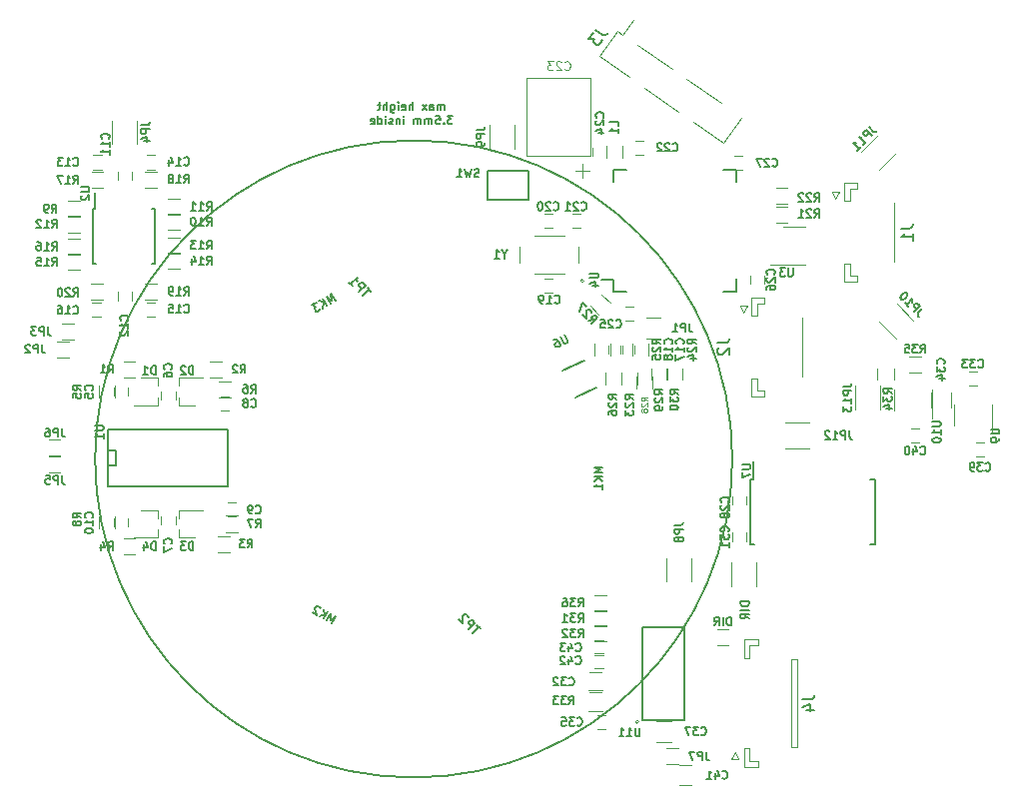
<source format=gbo>
G04 #@! TF.GenerationSoftware,KiCad,Pcbnew,(2017-12-21 revision 7586afd53)-makepkg*
G04 #@! TF.CreationDate,2018-01-22T18:21:21-08:00*
G04 #@! TF.ProjectId,fieldmill,6669656C646D696C6C2E6B696361645F,A*
G04 #@! TF.SameCoordinates,Original*
G04 #@! TF.FileFunction,Legend,Bot*
G04 #@! TF.FilePolarity,Positive*
%FSLAX46Y46*%
G04 Gerber Fmt 4.6, Leading zero omitted, Abs format (unit mm)*
G04 Created by KiCad (PCBNEW (2017-12-21 revision 7586afd53)-makepkg) date 01/22/18 18:21:21*
%MOMM*%
%LPD*%
G01*
G04 APERTURE LIST*
%ADD10C,0.150000*%
%ADD11C,0.120000*%
%ADD12C,0.100000*%
%ADD13C,0.125000*%
%ADD14C,0.190500*%
G04 APERTURE END LIST*
D10*
X126900000Y-114116666D02*
X126900000Y-113416666D01*
X126733333Y-113416666D01*
X126633333Y-113450000D01*
X126566666Y-113516666D01*
X126533333Y-113583333D01*
X126500000Y-113716666D01*
X126500000Y-113816666D01*
X126533333Y-113950000D01*
X126566666Y-114016666D01*
X126633333Y-114083333D01*
X126733333Y-114116666D01*
X126900000Y-114116666D01*
X126200000Y-114116666D02*
X126200000Y-113416666D01*
X125466666Y-114116666D02*
X125700000Y-113783333D01*
X125866666Y-114116666D02*
X125866666Y-113416666D01*
X125600000Y-113416666D01*
X125533333Y-113450000D01*
X125500000Y-113483333D01*
X125466666Y-113550000D01*
X125466666Y-113650000D01*
X125500000Y-113716666D01*
X125533333Y-113750000D01*
X125600000Y-113783333D01*
X125866666Y-113783333D01*
X128416666Y-112100000D02*
X127716666Y-112100000D01*
X127716666Y-112266666D01*
X127750000Y-112366666D01*
X127816666Y-112433333D01*
X127883333Y-112466666D01*
X128016666Y-112500000D01*
X128116666Y-112500000D01*
X128250000Y-112466666D01*
X128316666Y-112433333D01*
X128383333Y-112366666D01*
X128416666Y-112266666D01*
X128416666Y-112100000D01*
X128416666Y-112800000D02*
X127716666Y-112800000D01*
X128416666Y-113533333D02*
X128083333Y-113300000D01*
X128416666Y-113133333D02*
X127716666Y-113133333D01*
X127716666Y-113400000D01*
X127750000Y-113466666D01*
X127783333Y-113500000D01*
X127850000Y-113533333D01*
X127950000Y-113533333D01*
X128016666Y-113500000D01*
X128050000Y-113466666D01*
X128083333Y-113400000D01*
X128083333Y-113133333D01*
X102583333Y-70416666D02*
X102583333Y-69950000D01*
X102583333Y-70016666D02*
X102550000Y-69983333D01*
X102483333Y-69950000D01*
X102383333Y-69950000D01*
X102316666Y-69983333D01*
X102283333Y-70050000D01*
X102283333Y-70416666D01*
X102283333Y-70050000D02*
X102250000Y-69983333D01*
X102183333Y-69950000D01*
X102083333Y-69950000D01*
X102016666Y-69983333D01*
X101983333Y-70050000D01*
X101983333Y-70416666D01*
X101350000Y-70416666D02*
X101350000Y-70050000D01*
X101383333Y-69983333D01*
X101450000Y-69950000D01*
X101583333Y-69950000D01*
X101650000Y-69983333D01*
X101350000Y-70383333D02*
X101416666Y-70416666D01*
X101583333Y-70416666D01*
X101650000Y-70383333D01*
X101683333Y-70316666D01*
X101683333Y-70250000D01*
X101650000Y-70183333D01*
X101583333Y-70150000D01*
X101416666Y-70150000D01*
X101350000Y-70116666D01*
X101083333Y-70416666D02*
X100716666Y-69950000D01*
X101083333Y-69950000D02*
X100716666Y-70416666D01*
X99916666Y-70416666D02*
X99916666Y-69716666D01*
X99616666Y-70416666D02*
X99616666Y-70050000D01*
X99650000Y-69983333D01*
X99716666Y-69950000D01*
X99816666Y-69950000D01*
X99883333Y-69983333D01*
X99916666Y-70016666D01*
X99016666Y-70383333D02*
X99083333Y-70416666D01*
X99216666Y-70416666D01*
X99283333Y-70383333D01*
X99316666Y-70316666D01*
X99316666Y-70050000D01*
X99283333Y-69983333D01*
X99216666Y-69950000D01*
X99083333Y-69950000D01*
X99016666Y-69983333D01*
X98983333Y-70050000D01*
X98983333Y-70116666D01*
X99316666Y-70183333D01*
X98683333Y-70416666D02*
X98683333Y-69950000D01*
X98683333Y-69716666D02*
X98716666Y-69750000D01*
X98683333Y-69783333D01*
X98650000Y-69750000D01*
X98683333Y-69716666D01*
X98683333Y-69783333D01*
X98050000Y-69950000D02*
X98050000Y-70516666D01*
X98083333Y-70583333D01*
X98116666Y-70616666D01*
X98183333Y-70650000D01*
X98283333Y-70650000D01*
X98350000Y-70616666D01*
X98050000Y-70383333D02*
X98116666Y-70416666D01*
X98250000Y-70416666D01*
X98316666Y-70383333D01*
X98350000Y-70350000D01*
X98383333Y-70283333D01*
X98383333Y-70083333D01*
X98350000Y-70016666D01*
X98316666Y-69983333D01*
X98250000Y-69950000D01*
X98116666Y-69950000D01*
X98050000Y-69983333D01*
X97716666Y-70416666D02*
X97716666Y-69716666D01*
X97416666Y-70416666D02*
X97416666Y-70050000D01*
X97450000Y-69983333D01*
X97516666Y-69950000D01*
X97616666Y-69950000D01*
X97683333Y-69983333D01*
X97716666Y-70016666D01*
X97183333Y-69950000D02*
X96916666Y-69950000D01*
X97083333Y-69716666D02*
X97083333Y-70316666D01*
X97050000Y-70383333D01*
X96983333Y-70416666D01*
X96916666Y-70416666D01*
X103283333Y-70916666D02*
X102850000Y-70916666D01*
X103083333Y-71183333D01*
X102983333Y-71183333D01*
X102916666Y-71216666D01*
X102883333Y-71250000D01*
X102850000Y-71316666D01*
X102850000Y-71483333D01*
X102883333Y-71550000D01*
X102916666Y-71583333D01*
X102983333Y-71616666D01*
X103183333Y-71616666D01*
X103250000Y-71583333D01*
X103283333Y-71550000D01*
X102550000Y-71550000D02*
X102516666Y-71583333D01*
X102550000Y-71616666D01*
X102583333Y-71583333D01*
X102550000Y-71550000D01*
X102550000Y-71616666D01*
X101883333Y-70916666D02*
X102216666Y-70916666D01*
X102250000Y-71250000D01*
X102216666Y-71216666D01*
X102150000Y-71183333D01*
X101983333Y-71183333D01*
X101916666Y-71216666D01*
X101883333Y-71250000D01*
X101850000Y-71316666D01*
X101850000Y-71483333D01*
X101883333Y-71550000D01*
X101916666Y-71583333D01*
X101983333Y-71616666D01*
X102150000Y-71616666D01*
X102216666Y-71583333D01*
X102250000Y-71550000D01*
X101550000Y-71616666D02*
X101550000Y-71150000D01*
X101550000Y-71216666D02*
X101516666Y-71183333D01*
X101450000Y-71150000D01*
X101350000Y-71150000D01*
X101283333Y-71183333D01*
X101250000Y-71250000D01*
X101250000Y-71616666D01*
X101250000Y-71250000D02*
X101216666Y-71183333D01*
X101150000Y-71150000D01*
X101050000Y-71150000D01*
X100983333Y-71183333D01*
X100950000Y-71250000D01*
X100950000Y-71616666D01*
X100616666Y-71616666D02*
X100616666Y-71150000D01*
X100616666Y-71216666D02*
X100583333Y-71183333D01*
X100516666Y-71150000D01*
X100416666Y-71150000D01*
X100350000Y-71183333D01*
X100316666Y-71250000D01*
X100316666Y-71616666D01*
X100316666Y-71250000D02*
X100283333Y-71183333D01*
X100216666Y-71150000D01*
X100116666Y-71150000D01*
X100050000Y-71183333D01*
X100016666Y-71250000D01*
X100016666Y-71616666D01*
X99150000Y-71616666D02*
X99150000Y-71150000D01*
X99150000Y-70916666D02*
X99183333Y-70950000D01*
X99150000Y-70983333D01*
X99116666Y-70950000D01*
X99150000Y-70916666D01*
X99150000Y-70983333D01*
X98816666Y-71150000D02*
X98816666Y-71616666D01*
X98816666Y-71216666D02*
X98783333Y-71183333D01*
X98716666Y-71150000D01*
X98616666Y-71150000D01*
X98550000Y-71183333D01*
X98516666Y-71250000D01*
X98516666Y-71616666D01*
X98216666Y-71583333D02*
X98150000Y-71616666D01*
X98016666Y-71616666D01*
X97950000Y-71583333D01*
X97916666Y-71516666D01*
X97916666Y-71483333D01*
X97950000Y-71416666D01*
X98016666Y-71383333D01*
X98116666Y-71383333D01*
X98183333Y-71350000D01*
X98216666Y-71283333D01*
X98216666Y-71250000D01*
X98183333Y-71183333D01*
X98116666Y-71150000D01*
X98016666Y-71150000D01*
X97950000Y-71183333D01*
X97616666Y-71616666D02*
X97616666Y-71150000D01*
X97616666Y-70916666D02*
X97650000Y-70950000D01*
X97616666Y-70983333D01*
X97583333Y-70950000D01*
X97616666Y-70916666D01*
X97616666Y-70983333D01*
X96983333Y-71616666D02*
X96983333Y-70916666D01*
X96983333Y-71583333D02*
X97050000Y-71616666D01*
X97183333Y-71616666D01*
X97250000Y-71583333D01*
X97283333Y-71550000D01*
X97316666Y-71483333D01*
X97316666Y-71283333D01*
X97283333Y-71216666D01*
X97250000Y-71183333D01*
X97183333Y-71150000D01*
X97050000Y-71150000D01*
X96983333Y-71183333D01*
X96383333Y-71583333D02*
X96450000Y-71616666D01*
X96583333Y-71616666D01*
X96650000Y-71583333D01*
X96683333Y-71516666D01*
X96683333Y-71250000D01*
X96650000Y-71183333D01*
X96583333Y-71150000D01*
X96450000Y-71150000D01*
X96383333Y-71183333D01*
X96350000Y-71250000D01*
X96350000Y-71316666D01*
X96683333Y-71383333D01*
X127000000Y-100000000D02*
G75*
G03X127000000Y-100000000I-27000000J0D01*
G01*
D11*
X121420000Y-92300000D02*
X121420000Y-93300000D01*
X122780000Y-93300000D02*
X122780000Y-92300000D01*
X116680000Y-91250000D02*
X116680000Y-90250000D01*
X115320000Y-90250000D02*
X115320000Y-91250000D01*
X131350000Y-80340000D02*
X133150000Y-80340000D01*
X133150000Y-83560000D02*
X130200000Y-83560000D01*
X69800000Y-91380000D02*
X70800000Y-91380000D01*
X70800000Y-90020000D02*
X69800000Y-90020000D01*
D10*
X116958260Y-85816674D02*
X116958260Y-84816674D01*
X127308260Y-85816674D02*
X127308260Y-84741674D01*
X127308260Y-75466674D02*
X127308260Y-76541674D01*
X116958260Y-75466674D02*
X116958260Y-76541674D01*
X116958260Y-85816674D02*
X118033260Y-85816674D01*
X116958260Y-75466674D02*
X118033260Y-75466674D01*
X127308260Y-75466674D02*
X126233260Y-75466674D01*
X127308260Y-85816674D02*
X126233260Y-85816674D01*
X116958260Y-84816674D02*
X115933260Y-84816674D01*
D11*
X78200000Y-85170000D02*
X77200000Y-85170000D01*
X77200000Y-86530000D02*
X78200000Y-86530000D01*
X75800000Y-94650000D02*
X75800000Y-93950000D01*
X74600000Y-93950000D02*
X74600000Y-94650000D01*
X78600000Y-94250000D02*
X78600000Y-94950000D01*
X79800000Y-94950000D02*
X79800000Y-94250000D01*
X78600000Y-104850000D02*
X78600000Y-105550000D01*
X79800000Y-105550000D02*
X79800000Y-104850000D01*
X83650000Y-95900000D02*
X84350000Y-95900000D01*
X84350000Y-94700000D02*
X83650000Y-94700000D01*
X84950000Y-103700000D02*
X84250000Y-103700000D01*
X84250000Y-104900000D02*
X84950000Y-104900000D01*
X74600000Y-105050000D02*
X74600000Y-105750000D01*
X75800000Y-105750000D02*
X75800000Y-105050000D01*
X76100000Y-76350000D02*
X76100000Y-75650000D01*
X74900000Y-75650000D02*
X74900000Y-76350000D01*
X76100000Y-86550000D02*
X76100000Y-85850000D01*
X74900000Y-85850000D02*
X74900000Y-86550000D01*
X73550000Y-74250000D02*
X72850000Y-74250000D01*
X72850000Y-75450000D02*
X73550000Y-75450000D01*
X78050000Y-74250000D02*
X77350000Y-74250000D01*
X77350000Y-75450000D02*
X78050000Y-75450000D01*
X77350000Y-87950000D02*
X78050000Y-87950000D01*
X78050000Y-86750000D02*
X77350000Y-86750000D01*
X72750000Y-87950000D02*
X73450000Y-87950000D01*
X73450000Y-86750000D02*
X72750000Y-86750000D01*
X117500000Y-90400000D02*
X117500000Y-91100000D01*
X118700000Y-91100000D02*
X118700000Y-90400000D01*
X116500000Y-90400000D02*
X116500000Y-91100000D01*
X117700000Y-91100000D02*
X117700000Y-90400000D01*
X111783260Y-84700000D02*
X111083260Y-84700000D01*
X111083260Y-85900000D02*
X111783260Y-85900000D01*
X111050000Y-80400000D02*
X111750000Y-80400000D01*
X111750000Y-79200000D02*
X111050000Y-79200000D01*
X113450000Y-80400000D02*
X114150000Y-80400000D01*
X114150000Y-79200000D02*
X113450000Y-79200000D01*
X119450000Y-73000000D02*
X118750000Y-73000000D01*
X118750000Y-74200000D02*
X119450000Y-74200000D01*
X116350000Y-74300000D02*
X116350000Y-73600000D01*
X115150000Y-73600000D02*
X115150000Y-74300000D01*
X117950000Y-88275000D02*
X118650000Y-88275000D01*
X118650000Y-87075000D02*
X117950000Y-87075000D01*
X127850000Y-74300000D02*
X127150000Y-74300000D01*
X127150000Y-75500000D02*
X127850000Y-75500000D01*
X127000000Y-103150000D02*
X127000000Y-103850000D01*
X128200000Y-103850000D02*
X128200000Y-103150000D01*
X127000000Y-106250000D02*
X127000000Y-106950000D01*
X128200000Y-106950000D02*
X128200000Y-106250000D01*
X147750000Y-92600000D02*
X147050000Y-92600000D01*
X147050000Y-93800000D02*
X147750000Y-93800000D01*
X148350000Y-98600000D02*
X147650000Y-98600000D01*
X147650000Y-99800000D02*
X148350000Y-99800000D01*
X140750000Y-78300000D02*
X140750000Y-83300000D01*
X137550000Y-76600000D02*
X136450000Y-76600000D01*
X136450000Y-76600000D02*
X136450000Y-78150000D01*
X136450000Y-78150000D02*
X136950000Y-78150000D01*
X136950000Y-78150000D02*
X136950000Y-77100000D01*
X136950000Y-77100000D02*
X137550000Y-77100000D01*
X137550000Y-77100000D02*
X137550000Y-76600000D01*
X137550000Y-85000000D02*
X136450000Y-85000000D01*
X136450000Y-85000000D02*
X136450000Y-83450000D01*
X136450000Y-83450000D02*
X136950000Y-83450000D01*
X136950000Y-83450000D02*
X136950000Y-84500000D01*
X136950000Y-84500000D02*
X137550000Y-84500000D01*
X137550000Y-84500000D02*
X137550000Y-85000000D01*
X135750000Y-77925000D02*
X135450000Y-77325000D01*
X135450000Y-77325000D02*
X136050000Y-77325000D01*
X136050000Y-77325000D02*
X135750000Y-77925000D01*
X76400000Y-91720000D02*
X75400000Y-91720000D01*
X75400000Y-93080000D02*
X76400000Y-93080000D01*
X83700000Y-91720000D02*
X82700000Y-91720000D01*
X82700000Y-93080000D02*
X83700000Y-93080000D01*
X83400000Y-107880000D02*
X84400000Y-107880000D01*
X84400000Y-106520000D02*
X83400000Y-106520000D01*
X75400000Y-108080000D02*
X76400000Y-108080000D01*
X76400000Y-106720000D02*
X75400000Y-106720000D01*
X74680000Y-94800000D02*
X74680000Y-93800000D01*
X73320000Y-93800000D02*
X73320000Y-94800000D01*
X84500000Y-93420000D02*
X83500000Y-93420000D01*
X83500000Y-94780000D02*
X84500000Y-94780000D01*
X85100000Y-104820000D02*
X84100000Y-104820000D01*
X84100000Y-106180000D02*
X85100000Y-106180000D01*
X73320000Y-104900000D02*
X73320000Y-105900000D01*
X74680000Y-105900000D02*
X74680000Y-104900000D01*
X70700000Y-79480000D02*
X71700000Y-79480000D01*
X71700000Y-78120000D02*
X70700000Y-78120000D01*
X79200000Y-80580000D02*
X80200000Y-80580000D01*
X80200000Y-79220000D02*
X79200000Y-79220000D01*
X79200000Y-79280000D02*
X80200000Y-79280000D01*
X80200000Y-77920000D02*
X79200000Y-77920000D01*
X71700000Y-79420000D02*
X70700000Y-79420000D01*
X70700000Y-80780000D02*
X71700000Y-80780000D01*
X79200000Y-82580000D02*
X80200000Y-82580000D01*
X80200000Y-81220000D02*
X79200000Y-81220000D01*
X80200000Y-82520000D02*
X79200000Y-82520000D01*
X79200000Y-83880000D02*
X80200000Y-83880000D01*
X70700000Y-83980000D02*
X71700000Y-83980000D01*
X71700000Y-82620000D02*
X70700000Y-82620000D01*
X71700000Y-81320000D02*
X70700000Y-81320000D01*
X70700000Y-82680000D02*
X71700000Y-82680000D01*
X72700000Y-77030000D02*
X73700000Y-77030000D01*
X73700000Y-75670000D02*
X72700000Y-75670000D01*
X77200000Y-77030000D02*
X78200000Y-77030000D01*
X78200000Y-75670000D02*
X77200000Y-75670000D01*
X73650000Y-85170000D02*
X72650000Y-85170000D01*
X72650000Y-86530000D02*
X73650000Y-86530000D01*
X130700000Y-78380000D02*
X131700000Y-78380000D01*
X131700000Y-77020000D02*
X130700000Y-77020000D01*
X130700000Y-79980000D02*
X131700000Y-79980000D01*
X131700000Y-78620000D02*
X130700000Y-78620000D01*
X117620000Y-92650000D02*
X117620000Y-93650000D01*
X118980000Y-93650000D02*
X118980000Y-92650000D01*
X119880000Y-91250000D02*
X119880000Y-90250000D01*
X118520000Y-90250000D02*
X118520000Y-91250000D01*
X116220000Y-92650000D02*
X116220000Y-93650000D01*
X117580000Y-93650000D02*
X117580000Y-92650000D01*
X114965614Y-87027279D02*
X115672721Y-87734386D01*
X116634386Y-86772721D02*
X115927279Y-86065614D01*
X120230000Y-94049999D02*
X120230000Y-93050000D01*
X118870000Y-93050001D02*
X118870000Y-94050000D01*
X120120000Y-92300000D02*
X120120000Y-93300000D01*
X121480000Y-93300000D02*
X121480000Y-92300000D01*
X116300000Y-112820000D02*
X115300000Y-112820000D01*
X115300000Y-114180000D02*
X116300000Y-114180000D01*
X116300000Y-114120000D02*
X115300000Y-114120000D01*
X115300000Y-115480000D02*
X116300000Y-115480000D01*
D10*
X74755000Y-99238000D02*
X74120000Y-99238000D01*
X74755000Y-100508000D02*
X74755000Y-99238000D01*
X74120000Y-100508000D02*
X74755000Y-100508000D01*
X74120000Y-102286000D02*
X84280000Y-102286000D01*
X74120000Y-97460000D02*
X74120000Y-102286000D01*
X84280000Y-97460000D02*
X74120000Y-97460000D01*
X84280000Y-102286000D02*
X84280000Y-97460000D01*
X128800000Y-101725000D02*
X128800000Y-100200000D01*
X139075000Y-101725000D02*
X139075000Y-107275000D01*
X128525000Y-101725000D02*
X128525000Y-107275000D01*
X139075000Y-101725000D02*
X138720000Y-101725000D01*
X139075000Y-107275000D02*
X138720000Y-107275000D01*
X128525000Y-107275000D02*
X128880000Y-107275000D01*
X128525000Y-101725000D02*
X128800000Y-101725000D01*
D12*
X114441421Y-84900000D02*
G75*
G03X114441421Y-84900000I-141421J0D01*
G01*
X114000000Y-83400000D02*
X114000000Y-82000000D01*
X110200000Y-84300000D02*
X112800000Y-84300000D01*
X109000000Y-82000000D02*
X109000000Y-83400000D01*
X112800000Y-81100000D02*
X110200000Y-81100000D01*
D10*
X72950000Y-78775000D02*
X72950000Y-77425000D01*
X78075000Y-78775000D02*
X78075000Y-83425000D01*
X72825000Y-78775000D02*
X72825000Y-83425000D01*
X78075000Y-78775000D02*
X77850000Y-78775000D01*
X78075000Y-83425000D02*
X77850000Y-83425000D01*
X72825000Y-83425000D02*
X73050000Y-83425000D01*
X72825000Y-78775000D02*
X72950000Y-78775000D01*
D12*
X114900000Y-75600000D02*
X113700000Y-75600000D01*
X114300000Y-75000000D02*
X114300000Y-76200000D01*
X109600000Y-74300000D02*
X115000000Y-74300000D01*
X109600000Y-67700000D02*
X109600000Y-74300000D01*
X115000000Y-67700000D02*
X109600000Y-67700000D01*
X115000000Y-74300000D02*
X115000000Y-67700000D01*
D11*
X128500000Y-84450000D02*
X128500000Y-85150000D01*
X129700000Y-85150000D02*
X129700000Y-84450000D01*
X114900000Y-118050000D02*
X115900000Y-118050000D01*
X115900000Y-119750000D02*
X114900000Y-119750000D01*
X115550000Y-122900000D02*
X116250000Y-122900000D01*
X116250000Y-121700000D02*
X115550000Y-121700000D01*
X142850000Y-97400000D02*
X142150000Y-97400000D01*
X142150000Y-98600000D02*
X142850000Y-98600000D01*
X122500000Y-125950000D02*
X123500000Y-125950000D01*
X123500000Y-127650000D02*
X122500000Y-127650000D01*
X116050000Y-116500000D02*
X115350000Y-116500000D01*
X115350000Y-117700000D02*
X116050000Y-117700000D01*
X115350000Y-116600000D02*
X116050000Y-116600000D01*
X116050000Y-115400000D02*
X115350000Y-115400000D01*
X116000000Y-119620000D02*
X114800000Y-119620000D01*
X114800000Y-121380000D02*
X116000000Y-121380000D01*
X139320000Y-92300000D02*
X139320000Y-93300000D01*
X140680000Y-93300000D02*
X140680000Y-92300000D01*
X143000000Y-91320000D02*
X142000000Y-91320000D01*
X142000000Y-92680000D02*
X143000000Y-92680000D01*
X149010000Y-95400000D02*
X149010000Y-97850000D01*
X145790000Y-97200000D02*
X145790000Y-95400000D01*
X140690000Y-95900000D02*
X140690000Y-94100000D01*
X143910000Y-94100000D02*
X143910000Y-96550000D01*
D10*
X122950000Y-122100000D02*
X122950000Y-114300000D01*
X122950000Y-114300000D02*
X119350000Y-114300000D01*
X119350000Y-114300000D02*
X119350000Y-122100000D01*
X119350000Y-122100000D02*
X122950000Y-122100000D01*
D12*
X119091421Y-122300000D02*
G75*
G03X119091421Y-122300000I-141421J0D01*
G01*
D11*
X127525000Y-125425000D02*
X127225000Y-124825000D01*
X126925000Y-125425000D02*
X127525000Y-125425000D01*
X127225000Y-124825000D02*
X126925000Y-125425000D01*
X129175000Y-115750000D02*
X129175000Y-115250000D01*
X128475000Y-115750000D02*
X129175000Y-115750000D01*
X128475000Y-116900000D02*
X128475000Y-115750000D01*
X127975000Y-116900000D02*
X128475000Y-116900000D01*
X127975000Y-115250000D02*
X127975000Y-116900000D01*
X129175000Y-115250000D02*
X127975000Y-115250000D01*
X129175000Y-125650000D02*
X129175000Y-126150000D01*
X128475000Y-125650000D02*
X129175000Y-125650000D01*
X128475000Y-124500000D02*
X128475000Y-125650000D01*
X127975000Y-124500000D02*
X128475000Y-124500000D01*
X127975000Y-126150000D02*
X127975000Y-124500000D01*
X129175000Y-126150000D02*
X127975000Y-126150000D01*
X132025000Y-124450000D02*
X132525000Y-124450000D01*
X132025000Y-116950000D02*
X132025000Y-124450000D01*
X132525000Y-116950000D02*
X132025000Y-116950000D01*
X132525000Y-124450000D02*
X132525000Y-116950000D01*
X116320000Y-73450000D02*
X116320000Y-74450000D01*
X117680000Y-74450000D02*
X117680000Y-73450000D01*
X115300000Y-112880000D02*
X116300000Y-112880000D01*
X116300000Y-111520000D02*
X115300000Y-111520000D01*
D10*
X106250000Y-78050000D02*
X109750000Y-78050000D01*
X109750000Y-78050000D02*
X109750000Y-75550000D01*
X109750000Y-75550000D02*
X106250000Y-75550000D01*
X106250000Y-75550000D02*
X106250000Y-78050000D01*
D11*
X128250000Y-87025000D02*
X127950000Y-87625000D01*
X127650000Y-87025000D02*
X128250000Y-87025000D01*
X127950000Y-87625000D02*
X127650000Y-87025000D01*
X129750000Y-94200000D02*
X129750000Y-94700000D01*
X129150000Y-94200000D02*
X129750000Y-94200000D01*
X129150000Y-93150000D02*
X129150000Y-94200000D01*
X128650000Y-93150000D02*
X129150000Y-93150000D01*
X128650000Y-94700000D02*
X128650000Y-93150000D01*
X129750000Y-94700000D02*
X128650000Y-94700000D01*
X129750000Y-86800000D02*
X129750000Y-86300000D01*
X129150000Y-86800000D02*
X129750000Y-86800000D01*
X129150000Y-87850000D02*
X129150000Y-86800000D01*
X128650000Y-87850000D02*
X129150000Y-87850000D01*
X128650000Y-86300000D02*
X128650000Y-87850000D01*
X129750000Y-86300000D02*
X128650000Y-86300000D01*
X132950000Y-88000000D02*
X132950000Y-93000000D01*
X71200000Y-88520000D02*
X70200000Y-88520000D01*
X70200000Y-89880000D02*
X71200000Y-89880000D01*
X74430000Y-71300000D02*
X74430000Y-73300000D01*
X76570000Y-73300000D02*
X76570000Y-71300000D01*
X70050000Y-99820000D02*
X69050000Y-99820000D01*
X69050000Y-101180000D02*
X70050000Y-101180000D01*
X69050000Y-99680000D02*
X70050000Y-99680000D01*
X70050000Y-98320000D02*
X69050000Y-98320000D01*
X125700000Y-115780000D02*
X126700000Y-115780000D01*
X126700000Y-114420000D02*
X125700000Y-114420000D01*
X126930000Y-108800000D02*
X126930000Y-110800000D01*
X129070000Y-110800000D02*
X129070000Y-108800000D01*
X123570000Y-110400000D02*
X123570000Y-108400000D01*
X121430000Y-108400000D02*
X121430000Y-110400000D01*
X120600000Y-123980000D02*
X121800000Y-123980000D01*
X121800000Y-122220000D02*
X120600000Y-122220000D01*
X122400000Y-124520000D02*
X121400000Y-124520000D01*
X121400000Y-125880000D02*
X122400000Y-125880000D01*
X108570000Y-73700000D02*
X108570000Y-71700000D01*
X106430000Y-71700000D02*
X106430000Y-73700000D01*
X139436289Y-88349497D02*
X140850503Y-89763711D01*
X142363711Y-88250503D02*
X140949497Y-86836289D01*
X139449497Y-75463711D02*
X140863711Y-74049497D01*
X139350503Y-72536289D02*
X137936289Y-73950503D01*
X133500000Y-96930000D02*
X131500000Y-96930000D01*
X131500000Y-99070000D02*
X133500000Y-99070000D01*
X143820000Y-94400000D02*
X143820000Y-95600000D01*
X145580000Y-95600000D02*
X145580000Y-94400000D01*
X139570000Y-95800000D02*
X139570000Y-93800000D01*
X137430000Y-93800000D02*
X137430000Y-95800000D01*
X78330000Y-93800000D02*
X78330000Y-93140000D01*
X78330000Y-95460000D02*
X78330000Y-94800000D01*
X78330000Y-95460000D02*
X76300000Y-95460000D01*
X76920000Y-93140000D02*
X78330000Y-93140000D01*
X80070000Y-94800000D02*
X80070000Y-95460000D01*
X80070000Y-93140000D02*
X80070000Y-93800000D01*
X80070000Y-93140000D02*
X82100000Y-93140000D01*
X81480000Y-95460000D02*
X80070000Y-95460000D01*
X81480000Y-106660000D02*
X80070000Y-106660000D01*
X80070000Y-104340000D02*
X82100000Y-104340000D01*
X80070000Y-104340000D02*
X80070000Y-105000000D01*
X80070000Y-106000000D02*
X80070000Y-106660000D01*
X76920000Y-104340000D02*
X78330000Y-104340000D01*
X78330000Y-106660000D02*
X76300000Y-106660000D01*
X78330000Y-106660000D02*
X78330000Y-106000000D01*
X78330000Y-105000000D02*
X78330000Y-104340000D01*
X123136143Y-67802143D02*
X126052324Y-69844075D01*
X118974851Y-64888375D02*
X121891032Y-66930307D01*
X123691076Y-71437971D02*
X126238639Y-73221794D01*
X119529784Y-68524203D02*
X122445965Y-70566135D01*
X125771722Y-72894856D02*
X126238639Y-73221794D01*
X117262823Y-63689600D02*
X117729740Y-64016538D01*
X117729740Y-64016538D02*
X118601576Y-62771427D01*
X115737110Y-65868544D02*
X118284673Y-67652367D01*
X127764352Y-71042850D02*
X126238639Y-73221794D01*
X117262823Y-63689600D02*
X115737110Y-65868544D01*
D10*
X112634919Y-92502156D02*
X114447535Y-91656920D01*
X113704143Y-94795115D02*
X115516759Y-93949878D01*
D11*
X119700000Y-89780000D02*
X120900000Y-89780000D01*
X120900000Y-88020000D02*
X119700000Y-88020000D01*
D10*
X122416666Y-94500000D02*
X122083333Y-94266666D01*
X122416666Y-94100000D02*
X121716666Y-94100000D01*
X121716666Y-94366666D01*
X121750000Y-94433333D01*
X121783333Y-94466666D01*
X121850000Y-94500000D01*
X121950000Y-94500000D01*
X122016666Y-94466666D01*
X122050000Y-94433333D01*
X122083333Y-94366666D01*
X122083333Y-94100000D01*
X121716666Y-94733333D02*
X121716666Y-95166666D01*
X121983333Y-94933333D01*
X121983333Y-95033333D01*
X122016666Y-95100000D01*
X122050000Y-95133333D01*
X122116666Y-95166666D01*
X122283333Y-95166666D01*
X122350000Y-95133333D01*
X122383333Y-95100000D01*
X122416666Y-95033333D01*
X122416666Y-94833333D01*
X122383333Y-94766666D01*
X122350000Y-94733333D01*
X121716666Y-95600000D02*
X121716666Y-95666666D01*
X121750000Y-95733333D01*
X121783333Y-95766666D01*
X121850000Y-95800000D01*
X121983333Y-95833333D01*
X122150000Y-95833333D01*
X122283333Y-95800000D01*
X122350000Y-95766666D01*
X122383333Y-95733333D01*
X122416666Y-95666666D01*
X122416666Y-95600000D01*
X122383333Y-95533333D01*
X122350000Y-95500000D01*
X122283333Y-95466666D01*
X122150000Y-95433333D01*
X121983333Y-95433333D01*
X121850000Y-95466666D01*
X121783333Y-95500000D01*
X121750000Y-95533333D01*
X121716666Y-95600000D01*
X120916666Y-90250000D02*
X120583333Y-90016666D01*
X120916666Y-89850000D02*
X120216666Y-89850000D01*
X120216666Y-90116666D01*
X120250000Y-90183333D01*
X120283333Y-90216666D01*
X120350000Y-90250000D01*
X120450000Y-90250000D01*
X120516666Y-90216666D01*
X120550000Y-90183333D01*
X120583333Y-90116666D01*
X120583333Y-89850000D01*
X120283333Y-90516666D02*
X120250000Y-90550000D01*
X120216666Y-90616666D01*
X120216666Y-90783333D01*
X120250000Y-90850000D01*
X120283333Y-90883333D01*
X120350000Y-90916666D01*
X120416666Y-90916666D01*
X120516666Y-90883333D01*
X120916666Y-90483333D01*
X120916666Y-90916666D01*
X120216666Y-91550000D02*
X120216666Y-91216666D01*
X120550000Y-91183333D01*
X120516666Y-91216666D01*
X120483333Y-91283333D01*
X120483333Y-91450000D01*
X120516666Y-91516666D01*
X120550000Y-91550000D01*
X120616666Y-91583333D01*
X120783333Y-91583333D01*
X120850000Y-91550000D01*
X120883333Y-91516666D01*
X120916666Y-91450000D01*
X120916666Y-91283333D01*
X120883333Y-91216666D01*
X120850000Y-91183333D01*
X132133333Y-83816666D02*
X132133333Y-84383333D01*
X132100000Y-84450000D01*
X132066666Y-84483333D01*
X132000000Y-84516666D01*
X131866666Y-84516666D01*
X131800000Y-84483333D01*
X131766666Y-84450000D01*
X131733333Y-84383333D01*
X131733333Y-83816666D01*
X131466666Y-83816666D02*
X131033333Y-83816666D01*
X131266666Y-84083333D01*
X131166666Y-84083333D01*
X131100000Y-84116666D01*
X131066666Y-84150000D01*
X131033333Y-84216666D01*
X131033333Y-84383333D01*
X131066666Y-84450000D01*
X131100000Y-84483333D01*
X131166666Y-84516666D01*
X131366666Y-84516666D01*
X131433333Y-84483333D01*
X131466666Y-84450000D01*
X68483333Y-90316666D02*
X68483333Y-90816666D01*
X68516666Y-90916666D01*
X68583333Y-90983333D01*
X68683333Y-91016666D01*
X68750000Y-91016666D01*
X68150000Y-91016666D02*
X68150000Y-90316666D01*
X67883333Y-90316666D01*
X67816666Y-90350000D01*
X67783333Y-90383333D01*
X67750000Y-90450000D01*
X67750000Y-90550000D01*
X67783333Y-90616666D01*
X67816666Y-90650000D01*
X67883333Y-90683333D01*
X68150000Y-90683333D01*
X67483333Y-90383333D02*
X67450000Y-90350000D01*
X67383333Y-90316666D01*
X67216666Y-90316666D01*
X67150000Y-90350000D01*
X67116666Y-90383333D01*
X67083333Y-90450000D01*
X67083333Y-90516666D01*
X67116666Y-90616666D01*
X67516666Y-91016666D01*
X67083333Y-91016666D01*
X114916666Y-84266666D02*
X115483333Y-84266666D01*
X115550000Y-84300000D01*
X115583333Y-84333333D01*
X115616666Y-84400000D01*
X115616666Y-84533333D01*
X115583333Y-84600000D01*
X115550000Y-84633333D01*
X115483333Y-84666666D01*
X114916666Y-84666666D01*
X115150000Y-85300000D02*
X115616666Y-85300000D01*
X114883333Y-85133333D02*
X115383333Y-84966666D01*
X115383333Y-85400000D01*
X80550000Y-86116666D02*
X80783333Y-85783333D01*
X80950000Y-86116666D02*
X80950000Y-85416666D01*
X80683333Y-85416666D01*
X80616666Y-85450000D01*
X80583333Y-85483333D01*
X80550000Y-85550000D01*
X80550000Y-85650000D01*
X80583333Y-85716666D01*
X80616666Y-85750000D01*
X80683333Y-85783333D01*
X80950000Y-85783333D01*
X79883333Y-86116666D02*
X80283333Y-86116666D01*
X80083333Y-86116666D02*
X80083333Y-85416666D01*
X80150000Y-85516666D01*
X80216666Y-85583333D01*
X80283333Y-85616666D01*
X79550000Y-86116666D02*
X79416666Y-86116666D01*
X79350000Y-86083333D01*
X79316666Y-86050000D01*
X79250000Y-85950000D01*
X79216666Y-85816666D01*
X79216666Y-85550000D01*
X79250000Y-85483333D01*
X79283333Y-85450000D01*
X79350000Y-85416666D01*
X79483333Y-85416666D01*
X79550000Y-85450000D01*
X79583333Y-85483333D01*
X79616666Y-85550000D01*
X79616666Y-85716666D01*
X79583333Y-85783333D01*
X79550000Y-85816666D01*
X79483333Y-85850000D01*
X79350000Y-85850000D01*
X79283333Y-85816666D01*
X79250000Y-85783333D01*
X79216666Y-85716666D01*
X96374998Y-85784868D02*
X96067103Y-85476973D01*
X95682235Y-86169736D02*
X96221050Y-85630920D01*
X95348683Y-85836183D02*
X95887498Y-85297368D01*
X95682235Y-85092105D01*
X95605261Y-85066447D01*
X95553946Y-85066447D01*
X95476972Y-85092105D01*
X95399999Y-85169079D01*
X95374341Y-85246052D01*
X95374341Y-85297368D01*
X95399999Y-85374342D01*
X95605261Y-85579605D01*
X94527631Y-85015131D02*
X94835525Y-85323026D01*
X94681578Y-85169079D02*
X95220393Y-84630263D01*
X95194736Y-84758553D01*
X95194736Y-84861184D01*
X95220393Y-84938158D01*
X105674999Y-114384868D02*
X105367104Y-114076973D01*
X104982236Y-114769736D02*
X105521051Y-114230920D01*
X104648684Y-114436183D02*
X105187499Y-113897368D01*
X104982236Y-113692105D01*
X104905262Y-113666447D01*
X104853947Y-113666447D01*
X104776973Y-113692105D01*
X104700000Y-113769079D01*
X104674342Y-113846052D01*
X104674342Y-113897368D01*
X104700000Y-113974342D01*
X104905262Y-114179605D01*
X104623026Y-113435526D02*
X104623026Y-113384211D01*
X104597368Y-113307237D01*
X104469079Y-113178948D01*
X104392105Y-113153290D01*
X104340789Y-113153290D01*
X104263816Y-113178948D01*
X104212500Y-113230263D01*
X104161184Y-113332895D01*
X104161184Y-113948684D01*
X103827632Y-113615131D01*
X72750000Y-94183333D02*
X72783333Y-94150000D01*
X72816666Y-94050000D01*
X72816666Y-93983333D01*
X72783333Y-93883333D01*
X72716666Y-93816666D01*
X72650000Y-93783333D01*
X72516666Y-93750000D01*
X72416666Y-93750000D01*
X72283333Y-93783333D01*
X72216666Y-93816666D01*
X72150000Y-93883333D01*
X72116666Y-93983333D01*
X72116666Y-94050000D01*
X72150000Y-94150000D01*
X72183333Y-94183333D01*
X72116666Y-94816666D02*
X72116666Y-94483333D01*
X72450000Y-94450000D01*
X72416666Y-94483333D01*
X72383333Y-94550000D01*
X72383333Y-94716666D01*
X72416666Y-94783333D01*
X72450000Y-94816666D01*
X72516666Y-94850000D01*
X72683333Y-94850000D01*
X72750000Y-94816666D01*
X72783333Y-94783333D01*
X72816666Y-94716666D01*
X72816666Y-94550000D01*
X72783333Y-94483333D01*
X72750000Y-94450000D01*
X79450000Y-92383333D02*
X79483333Y-92350000D01*
X79516666Y-92250000D01*
X79516666Y-92183333D01*
X79483333Y-92083333D01*
X79416666Y-92016666D01*
X79350000Y-91983333D01*
X79216666Y-91950000D01*
X79116666Y-91950000D01*
X78983333Y-91983333D01*
X78916666Y-92016666D01*
X78850000Y-92083333D01*
X78816666Y-92183333D01*
X78816666Y-92250000D01*
X78850000Y-92350000D01*
X78883333Y-92383333D01*
X78816666Y-92983333D02*
X78816666Y-92850000D01*
X78850000Y-92783333D01*
X78883333Y-92750000D01*
X78983333Y-92683333D01*
X79116666Y-92650000D01*
X79383333Y-92650000D01*
X79450000Y-92683333D01*
X79483333Y-92716666D01*
X79516666Y-92783333D01*
X79516666Y-92916666D01*
X79483333Y-92983333D01*
X79450000Y-93016666D01*
X79383333Y-93050000D01*
X79216666Y-93050000D01*
X79150000Y-93016666D01*
X79116666Y-92983333D01*
X79083333Y-92916666D01*
X79083333Y-92783333D01*
X79116666Y-92716666D01*
X79150000Y-92683333D01*
X79216666Y-92650000D01*
X79450000Y-107183333D02*
X79483333Y-107150000D01*
X79516666Y-107050000D01*
X79516666Y-106983333D01*
X79483333Y-106883333D01*
X79416666Y-106816666D01*
X79350000Y-106783333D01*
X79216666Y-106750000D01*
X79116666Y-106750000D01*
X78983333Y-106783333D01*
X78916666Y-106816666D01*
X78850000Y-106883333D01*
X78816666Y-106983333D01*
X78816666Y-107050000D01*
X78850000Y-107150000D01*
X78883333Y-107183333D01*
X78816666Y-107416666D02*
X78816666Y-107883333D01*
X79516666Y-107583333D01*
X86216666Y-95550000D02*
X86250000Y-95583333D01*
X86350000Y-95616666D01*
X86416666Y-95616666D01*
X86516666Y-95583333D01*
X86583333Y-95516666D01*
X86616666Y-95450000D01*
X86650000Y-95316666D01*
X86650000Y-95216666D01*
X86616666Y-95083333D01*
X86583333Y-95016666D01*
X86516666Y-94950000D01*
X86416666Y-94916666D01*
X86350000Y-94916666D01*
X86250000Y-94950000D01*
X86216666Y-94983333D01*
X85816666Y-95216666D02*
X85883333Y-95183333D01*
X85916666Y-95150000D01*
X85950000Y-95083333D01*
X85950000Y-95050000D01*
X85916666Y-94983333D01*
X85883333Y-94950000D01*
X85816666Y-94916666D01*
X85683333Y-94916666D01*
X85616666Y-94950000D01*
X85583333Y-94983333D01*
X85550000Y-95050000D01*
X85550000Y-95083333D01*
X85583333Y-95150000D01*
X85616666Y-95183333D01*
X85683333Y-95216666D01*
X85816666Y-95216666D01*
X85883333Y-95250000D01*
X85916666Y-95283333D01*
X85950000Y-95350000D01*
X85950000Y-95483333D01*
X85916666Y-95550000D01*
X85883333Y-95583333D01*
X85816666Y-95616666D01*
X85683333Y-95616666D01*
X85616666Y-95583333D01*
X85583333Y-95550000D01*
X85550000Y-95483333D01*
X85550000Y-95350000D01*
X85583333Y-95283333D01*
X85616666Y-95250000D01*
X85683333Y-95216666D01*
X86616666Y-104550000D02*
X86650000Y-104583333D01*
X86750000Y-104616666D01*
X86816666Y-104616666D01*
X86916666Y-104583333D01*
X86983333Y-104516666D01*
X87016666Y-104450000D01*
X87050000Y-104316666D01*
X87050000Y-104216666D01*
X87016666Y-104083333D01*
X86983333Y-104016666D01*
X86916666Y-103950000D01*
X86816666Y-103916666D01*
X86750000Y-103916666D01*
X86650000Y-103950000D01*
X86616666Y-103983333D01*
X86283333Y-104616666D02*
X86150000Y-104616666D01*
X86083333Y-104583333D01*
X86050000Y-104550000D01*
X85983333Y-104450000D01*
X85950000Y-104316666D01*
X85950000Y-104050000D01*
X85983333Y-103983333D01*
X86016666Y-103950000D01*
X86083333Y-103916666D01*
X86216666Y-103916666D01*
X86283333Y-103950000D01*
X86316666Y-103983333D01*
X86350000Y-104050000D01*
X86350000Y-104216666D01*
X86316666Y-104283333D01*
X86283333Y-104316666D01*
X86216666Y-104350000D01*
X86083333Y-104350000D01*
X86016666Y-104316666D01*
X85983333Y-104283333D01*
X85950000Y-104216666D01*
X72750000Y-104950000D02*
X72783333Y-104916666D01*
X72816666Y-104816666D01*
X72816666Y-104750000D01*
X72783333Y-104650000D01*
X72716666Y-104583333D01*
X72650000Y-104550000D01*
X72516666Y-104516666D01*
X72416666Y-104516666D01*
X72283333Y-104550000D01*
X72216666Y-104583333D01*
X72150000Y-104650000D01*
X72116666Y-104750000D01*
X72116666Y-104816666D01*
X72150000Y-104916666D01*
X72183333Y-104950000D01*
X72816666Y-105616666D02*
X72816666Y-105216666D01*
X72816666Y-105416666D02*
X72116666Y-105416666D01*
X72216666Y-105350000D01*
X72283333Y-105283333D01*
X72316666Y-105216666D01*
X72116666Y-106050000D02*
X72116666Y-106116666D01*
X72150000Y-106183333D01*
X72183333Y-106216666D01*
X72250000Y-106250000D01*
X72383333Y-106283333D01*
X72550000Y-106283333D01*
X72683333Y-106250000D01*
X72750000Y-106216666D01*
X72783333Y-106183333D01*
X72816666Y-106116666D01*
X72816666Y-106050000D01*
X72783333Y-105983333D01*
X72750000Y-105950000D01*
X72683333Y-105916666D01*
X72550000Y-105883333D01*
X72383333Y-105883333D01*
X72250000Y-105916666D01*
X72183333Y-105950000D01*
X72150000Y-105983333D01*
X72116666Y-106050000D01*
X74150000Y-72850000D02*
X74183333Y-72816666D01*
X74216666Y-72716666D01*
X74216666Y-72650000D01*
X74183333Y-72550000D01*
X74116666Y-72483333D01*
X74050000Y-72450000D01*
X73916666Y-72416666D01*
X73816666Y-72416666D01*
X73683333Y-72450000D01*
X73616666Y-72483333D01*
X73550000Y-72550000D01*
X73516666Y-72650000D01*
X73516666Y-72716666D01*
X73550000Y-72816666D01*
X73583333Y-72850000D01*
X74216666Y-73516666D02*
X74216666Y-73116666D01*
X74216666Y-73316666D02*
X73516666Y-73316666D01*
X73616666Y-73250000D01*
X73683333Y-73183333D01*
X73716666Y-73116666D01*
X74216666Y-74183333D02*
X74216666Y-73783333D01*
X74216666Y-73983333D02*
X73516666Y-73983333D01*
X73616666Y-73916666D01*
X73683333Y-73850000D01*
X73716666Y-73783333D01*
X75750000Y-88250000D02*
X75783333Y-88216666D01*
X75816666Y-88116666D01*
X75816666Y-88050000D01*
X75783333Y-87950000D01*
X75716666Y-87883333D01*
X75650000Y-87850000D01*
X75516666Y-87816666D01*
X75416666Y-87816666D01*
X75283333Y-87850000D01*
X75216666Y-87883333D01*
X75150000Y-87950000D01*
X75116666Y-88050000D01*
X75116666Y-88116666D01*
X75150000Y-88216666D01*
X75183333Y-88250000D01*
X75816666Y-88916666D02*
X75816666Y-88516666D01*
X75816666Y-88716666D02*
X75116666Y-88716666D01*
X75216666Y-88650000D01*
X75283333Y-88583333D01*
X75316666Y-88516666D01*
X75183333Y-89183333D02*
X75150000Y-89216666D01*
X75116666Y-89283333D01*
X75116666Y-89450000D01*
X75150000Y-89516666D01*
X75183333Y-89550000D01*
X75250000Y-89583333D01*
X75316666Y-89583333D01*
X75416666Y-89550000D01*
X75816666Y-89150000D01*
X75816666Y-89583333D01*
X71150000Y-75100000D02*
X71183333Y-75133333D01*
X71283333Y-75166666D01*
X71350000Y-75166666D01*
X71450000Y-75133333D01*
X71516666Y-75066666D01*
X71550000Y-75000000D01*
X71583333Y-74866666D01*
X71583333Y-74766666D01*
X71550000Y-74633333D01*
X71516666Y-74566666D01*
X71450000Y-74500000D01*
X71350000Y-74466666D01*
X71283333Y-74466666D01*
X71183333Y-74500000D01*
X71150000Y-74533333D01*
X70483333Y-75166666D02*
X70883333Y-75166666D01*
X70683333Y-75166666D02*
X70683333Y-74466666D01*
X70750000Y-74566666D01*
X70816666Y-74633333D01*
X70883333Y-74666666D01*
X70250000Y-74466666D02*
X69816666Y-74466666D01*
X70050000Y-74733333D01*
X69950000Y-74733333D01*
X69883333Y-74766666D01*
X69850000Y-74800000D01*
X69816666Y-74866666D01*
X69816666Y-75033333D01*
X69850000Y-75100000D01*
X69883333Y-75133333D01*
X69950000Y-75166666D01*
X70150000Y-75166666D01*
X70216666Y-75133333D01*
X70250000Y-75100000D01*
X80550000Y-75050000D02*
X80583333Y-75083333D01*
X80683333Y-75116666D01*
X80750000Y-75116666D01*
X80850000Y-75083333D01*
X80916666Y-75016666D01*
X80950000Y-74950000D01*
X80983333Y-74816666D01*
X80983333Y-74716666D01*
X80950000Y-74583333D01*
X80916666Y-74516666D01*
X80850000Y-74450000D01*
X80750000Y-74416666D01*
X80683333Y-74416666D01*
X80583333Y-74450000D01*
X80550000Y-74483333D01*
X79883333Y-75116666D02*
X80283333Y-75116666D01*
X80083333Y-75116666D02*
X80083333Y-74416666D01*
X80150000Y-74516666D01*
X80216666Y-74583333D01*
X80283333Y-74616666D01*
X79283333Y-74650000D02*
X79283333Y-75116666D01*
X79450000Y-74383333D02*
X79616666Y-74883333D01*
X79183333Y-74883333D01*
X80550000Y-87550000D02*
X80583333Y-87583333D01*
X80683333Y-87616666D01*
X80750000Y-87616666D01*
X80850000Y-87583333D01*
X80916666Y-87516666D01*
X80950000Y-87450000D01*
X80983333Y-87316666D01*
X80983333Y-87216666D01*
X80950000Y-87083333D01*
X80916666Y-87016666D01*
X80850000Y-86950000D01*
X80750000Y-86916666D01*
X80683333Y-86916666D01*
X80583333Y-86950000D01*
X80550000Y-86983333D01*
X79883333Y-87616666D02*
X80283333Y-87616666D01*
X80083333Y-87616666D02*
X80083333Y-86916666D01*
X80150000Y-87016666D01*
X80216666Y-87083333D01*
X80283333Y-87116666D01*
X79250000Y-86916666D02*
X79583333Y-86916666D01*
X79616666Y-87250000D01*
X79583333Y-87216666D01*
X79516666Y-87183333D01*
X79350000Y-87183333D01*
X79283333Y-87216666D01*
X79250000Y-87250000D01*
X79216666Y-87316666D01*
X79216666Y-87483333D01*
X79250000Y-87550000D01*
X79283333Y-87583333D01*
X79350000Y-87616666D01*
X79516666Y-87616666D01*
X79583333Y-87583333D01*
X79616666Y-87550000D01*
X71150000Y-87650000D02*
X71183333Y-87683333D01*
X71283333Y-87716666D01*
X71350000Y-87716666D01*
X71450000Y-87683333D01*
X71516666Y-87616666D01*
X71550000Y-87550000D01*
X71583333Y-87416666D01*
X71583333Y-87316666D01*
X71550000Y-87183333D01*
X71516666Y-87116666D01*
X71450000Y-87050000D01*
X71350000Y-87016666D01*
X71283333Y-87016666D01*
X71183333Y-87050000D01*
X71150000Y-87083333D01*
X70483333Y-87716666D02*
X70883333Y-87716666D01*
X70683333Y-87716666D02*
X70683333Y-87016666D01*
X70750000Y-87116666D01*
X70816666Y-87183333D01*
X70883333Y-87216666D01*
X69883333Y-87016666D02*
X70016666Y-87016666D01*
X70083333Y-87050000D01*
X70116666Y-87083333D01*
X70183333Y-87183333D01*
X70216666Y-87316666D01*
X70216666Y-87583333D01*
X70183333Y-87650000D01*
X70150000Y-87683333D01*
X70083333Y-87716666D01*
X69950000Y-87716666D01*
X69883333Y-87683333D01*
X69850000Y-87650000D01*
X69816666Y-87583333D01*
X69816666Y-87416666D01*
X69850000Y-87350000D01*
X69883333Y-87316666D01*
X69950000Y-87283333D01*
X70083333Y-87283333D01*
X70150000Y-87316666D01*
X70183333Y-87350000D01*
X70216666Y-87416666D01*
X122850000Y-90250000D02*
X122883333Y-90216666D01*
X122916666Y-90116666D01*
X122916666Y-90050000D01*
X122883333Y-89950000D01*
X122816666Y-89883333D01*
X122750000Y-89850000D01*
X122616666Y-89816666D01*
X122516666Y-89816666D01*
X122383333Y-89850000D01*
X122316666Y-89883333D01*
X122250000Y-89950000D01*
X122216666Y-90050000D01*
X122216666Y-90116666D01*
X122250000Y-90216666D01*
X122283333Y-90250000D01*
X122916666Y-90916666D02*
X122916666Y-90516666D01*
X122916666Y-90716666D02*
X122216666Y-90716666D01*
X122316666Y-90650000D01*
X122383333Y-90583333D01*
X122416666Y-90516666D01*
X122216666Y-91150000D02*
X122216666Y-91616666D01*
X122916666Y-91316666D01*
X121850000Y-90250000D02*
X121883333Y-90216666D01*
X121916666Y-90116666D01*
X121916666Y-90050000D01*
X121883333Y-89950000D01*
X121816666Y-89883333D01*
X121750000Y-89850000D01*
X121616666Y-89816666D01*
X121516666Y-89816666D01*
X121383333Y-89850000D01*
X121316666Y-89883333D01*
X121250000Y-89950000D01*
X121216666Y-90050000D01*
X121216666Y-90116666D01*
X121250000Y-90216666D01*
X121283333Y-90250000D01*
X121916666Y-90916666D02*
X121916666Y-90516666D01*
X121916666Y-90716666D02*
X121216666Y-90716666D01*
X121316666Y-90650000D01*
X121383333Y-90583333D01*
X121416666Y-90516666D01*
X121516666Y-91316666D02*
X121483333Y-91250000D01*
X121450000Y-91216666D01*
X121383333Y-91183333D01*
X121350000Y-91183333D01*
X121283333Y-91216666D01*
X121250000Y-91250000D01*
X121216666Y-91316666D01*
X121216666Y-91450000D01*
X121250000Y-91516666D01*
X121283333Y-91550000D01*
X121350000Y-91583333D01*
X121383333Y-91583333D01*
X121450000Y-91550000D01*
X121483333Y-91516666D01*
X121516666Y-91450000D01*
X121516666Y-91316666D01*
X121550000Y-91250000D01*
X121583333Y-91216666D01*
X121650000Y-91183333D01*
X121783333Y-91183333D01*
X121850000Y-91216666D01*
X121883333Y-91250000D01*
X121916666Y-91316666D01*
X121916666Y-91450000D01*
X121883333Y-91516666D01*
X121850000Y-91550000D01*
X121783333Y-91583333D01*
X121650000Y-91583333D01*
X121583333Y-91550000D01*
X121550000Y-91516666D01*
X121516666Y-91450000D01*
X111950000Y-86750000D02*
X111983333Y-86783333D01*
X112083333Y-86816666D01*
X112150000Y-86816666D01*
X112250000Y-86783333D01*
X112316666Y-86716666D01*
X112350000Y-86650000D01*
X112383333Y-86516666D01*
X112383333Y-86416666D01*
X112350000Y-86283333D01*
X112316666Y-86216666D01*
X112250000Y-86150000D01*
X112150000Y-86116666D01*
X112083333Y-86116666D01*
X111983333Y-86150000D01*
X111950000Y-86183333D01*
X111283333Y-86816666D02*
X111683333Y-86816666D01*
X111483333Y-86816666D02*
X111483333Y-86116666D01*
X111550000Y-86216666D01*
X111616666Y-86283333D01*
X111683333Y-86316666D01*
X110950000Y-86816666D02*
X110816666Y-86816666D01*
X110750000Y-86783333D01*
X110716666Y-86750000D01*
X110650000Y-86650000D01*
X110616666Y-86516666D01*
X110616666Y-86250000D01*
X110650000Y-86183333D01*
X110683333Y-86150000D01*
X110750000Y-86116666D01*
X110883333Y-86116666D01*
X110950000Y-86150000D01*
X110983333Y-86183333D01*
X111016666Y-86250000D01*
X111016666Y-86416666D01*
X110983333Y-86483333D01*
X110950000Y-86516666D01*
X110883333Y-86550000D01*
X110750000Y-86550000D01*
X110683333Y-86516666D01*
X110650000Y-86483333D01*
X110616666Y-86416666D01*
X111850000Y-78850000D02*
X111883333Y-78883333D01*
X111983333Y-78916666D01*
X112050000Y-78916666D01*
X112150000Y-78883333D01*
X112216666Y-78816666D01*
X112250000Y-78750000D01*
X112283333Y-78616666D01*
X112283333Y-78516666D01*
X112250000Y-78383333D01*
X112216666Y-78316666D01*
X112150000Y-78250000D01*
X112050000Y-78216666D01*
X111983333Y-78216666D01*
X111883333Y-78250000D01*
X111850000Y-78283333D01*
X111583333Y-78283333D02*
X111550000Y-78250000D01*
X111483333Y-78216666D01*
X111316666Y-78216666D01*
X111250000Y-78250000D01*
X111216666Y-78283333D01*
X111183333Y-78350000D01*
X111183333Y-78416666D01*
X111216666Y-78516666D01*
X111616666Y-78916666D01*
X111183333Y-78916666D01*
X110750000Y-78216666D02*
X110683333Y-78216666D01*
X110616666Y-78250000D01*
X110583333Y-78283333D01*
X110550000Y-78350000D01*
X110516666Y-78483333D01*
X110516666Y-78650000D01*
X110550000Y-78783333D01*
X110583333Y-78850000D01*
X110616666Y-78883333D01*
X110683333Y-78916666D01*
X110750000Y-78916666D01*
X110816666Y-78883333D01*
X110850000Y-78850000D01*
X110883333Y-78783333D01*
X110916666Y-78650000D01*
X110916666Y-78483333D01*
X110883333Y-78350000D01*
X110850000Y-78283333D01*
X110816666Y-78250000D01*
X110750000Y-78216666D01*
X114200000Y-78850000D02*
X114233333Y-78883333D01*
X114333333Y-78916666D01*
X114400000Y-78916666D01*
X114500000Y-78883333D01*
X114566666Y-78816666D01*
X114600000Y-78750000D01*
X114633333Y-78616666D01*
X114633333Y-78516666D01*
X114600000Y-78383333D01*
X114566666Y-78316666D01*
X114500000Y-78250000D01*
X114400000Y-78216666D01*
X114333333Y-78216666D01*
X114233333Y-78250000D01*
X114200000Y-78283333D01*
X113933333Y-78283333D02*
X113900000Y-78250000D01*
X113833333Y-78216666D01*
X113666666Y-78216666D01*
X113600000Y-78250000D01*
X113566666Y-78283333D01*
X113533333Y-78350000D01*
X113533333Y-78416666D01*
X113566666Y-78516666D01*
X113966666Y-78916666D01*
X113533333Y-78916666D01*
X112866666Y-78916666D02*
X113266666Y-78916666D01*
X113066666Y-78916666D02*
X113066666Y-78216666D01*
X113133333Y-78316666D01*
X113200000Y-78383333D01*
X113266666Y-78416666D01*
X121950000Y-73850000D02*
X121983333Y-73883333D01*
X122083333Y-73916666D01*
X122150000Y-73916666D01*
X122250000Y-73883333D01*
X122316666Y-73816666D01*
X122350000Y-73750000D01*
X122383333Y-73616666D01*
X122383333Y-73516666D01*
X122350000Y-73383333D01*
X122316666Y-73316666D01*
X122250000Y-73250000D01*
X122150000Y-73216666D01*
X122083333Y-73216666D01*
X121983333Y-73250000D01*
X121950000Y-73283333D01*
X121683333Y-73283333D02*
X121650000Y-73250000D01*
X121583333Y-73216666D01*
X121416666Y-73216666D01*
X121350000Y-73250000D01*
X121316666Y-73283333D01*
X121283333Y-73350000D01*
X121283333Y-73416666D01*
X121316666Y-73516666D01*
X121716666Y-73916666D01*
X121283333Y-73916666D01*
X121016666Y-73283333D02*
X120983333Y-73250000D01*
X120916666Y-73216666D01*
X120750000Y-73216666D01*
X120683333Y-73250000D01*
X120650000Y-73283333D01*
X120616666Y-73350000D01*
X120616666Y-73416666D01*
X120650000Y-73516666D01*
X121050000Y-73916666D01*
X120616666Y-73916666D01*
X116050000Y-71050000D02*
X116083333Y-71016666D01*
X116116666Y-70916666D01*
X116116666Y-70850000D01*
X116083333Y-70750000D01*
X116016666Y-70683333D01*
X115950000Y-70650000D01*
X115816666Y-70616666D01*
X115716666Y-70616666D01*
X115583333Y-70650000D01*
X115516666Y-70683333D01*
X115450000Y-70750000D01*
X115416666Y-70850000D01*
X115416666Y-70916666D01*
X115450000Y-71016666D01*
X115483333Y-71050000D01*
X115483333Y-71316666D02*
X115450000Y-71350000D01*
X115416666Y-71416666D01*
X115416666Y-71583333D01*
X115450000Y-71650000D01*
X115483333Y-71683333D01*
X115550000Y-71716666D01*
X115616666Y-71716666D01*
X115716666Y-71683333D01*
X116116666Y-71283333D01*
X116116666Y-71716666D01*
X115650000Y-72316666D02*
X116116666Y-72316666D01*
X115383333Y-72150000D02*
X115883333Y-71983333D01*
X115883333Y-72416666D01*
X117150000Y-88825000D02*
X117183333Y-88858333D01*
X117283333Y-88891666D01*
X117350000Y-88891666D01*
X117450000Y-88858333D01*
X117516666Y-88791666D01*
X117550000Y-88725000D01*
X117583333Y-88591666D01*
X117583333Y-88491666D01*
X117550000Y-88358333D01*
X117516666Y-88291666D01*
X117450000Y-88225000D01*
X117350000Y-88191666D01*
X117283333Y-88191666D01*
X117183333Y-88225000D01*
X117150000Y-88258333D01*
X116883333Y-88258333D02*
X116850000Y-88225000D01*
X116783333Y-88191666D01*
X116616666Y-88191666D01*
X116550000Y-88225000D01*
X116516666Y-88258333D01*
X116483333Y-88325000D01*
X116483333Y-88391666D01*
X116516666Y-88491666D01*
X116916666Y-88891666D01*
X116483333Y-88891666D01*
X115850000Y-88191666D02*
X116183333Y-88191666D01*
X116216666Y-88525000D01*
X116183333Y-88491666D01*
X116116666Y-88458333D01*
X115950000Y-88458333D01*
X115883333Y-88491666D01*
X115850000Y-88525000D01*
X115816666Y-88591666D01*
X115816666Y-88758333D01*
X115850000Y-88825000D01*
X115883333Y-88858333D01*
X115950000Y-88891666D01*
X116116666Y-88891666D01*
X116183333Y-88858333D01*
X116216666Y-88825000D01*
X130400000Y-75150000D02*
X130433333Y-75183333D01*
X130533333Y-75216666D01*
X130600000Y-75216666D01*
X130700000Y-75183333D01*
X130766666Y-75116666D01*
X130800000Y-75050000D01*
X130833333Y-74916666D01*
X130833333Y-74816666D01*
X130800000Y-74683333D01*
X130766666Y-74616666D01*
X130700000Y-74550000D01*
X130600000Y-74516666D01*
X130533333Y-74516666D01*
X130433333Y-74550000D01*
X130400000Y-74583333D01*
X130133333Y-74583333D02*
X130100000Y-74550000D01*
X130033333Y-74516666D01*
X129866666Y-74516666D01*
X129800000Y-74550000D01*
X129766666Y-74583333D01*
X129733333Y-74650000D01*
X129733333Y-74716666D01*
X129766666Y-74816666D01*
X130166666Y-75216666D01*
X129733333Y-75216666D01*
X129500000Y-74516666D02*
X129033333Y-74516666D01*
X129333333Y-75216666D01*
X126650000Y-103650000D02*
X126683333Y-103616666D01*
X126716666Y-103516666D01*
X126716666Y-103450000D01*
X126683333Y-103350000D01*
X126616666Y-103283333D01*
X126550000Y-103250000D01*
X126416666Y-103216666D01*
X126316666Y-103216666D01*
X126183333Y-103250000D01*
X126116666Y-103283333D01*
X126050000Y-103350000D01*
X126016666Y-103450000D01*
X126016666Y-103516666D01*
X126050000Y-103616666D01*
X126083333Y-103650000D01*
X126083333Y-103916666D02*
X126050000Y-103950000D01*
X126016666Y-104016666D01*
X126016666Y-104183333D01*
X126050000Y-104250000D01*
X126083333Y-104283333D01*
X126150000Y-104316666D01*
X126216666Y-104316666D01*
X126316666Y-104283333D01*
X126716666Y-103883333D01*
X126716666Y-104316666D01*
X126316666Y-104716666D02*
X126283333Y-104650000D01*
X126250000Y-104616666D01*
X126183333Y-104583333D01*
X126150000Y-104583333D01*
X126083333Y-104616666D01*
X126050000Y-104650000D01*
X126016666Y-104716666D01*
X126016666Y-104850000D01*
X126050000Y-104916666D01*
X126083333Y-104950000D01*
X126150000Y-104983333D01*
X126183333Y-104983333D01*
X126250000Y-104950000D01*
X126283333Y-104916666D01*
X126316666Y-104850000D01*
X126316666Y-104716666D01*
X126350000Y-104650000D01*
X126383333Y-104616666D01*
X126450000Y-104583333D01*
X126583333Y-104583333D01*
X126650000Y-104616666D01*
X126683333Y-104650000D01*
X126716666Y-104716666D01*
X126716666Y-104850000D01*
X126683333Y-104916666D01*
X126650000Y-104950000D01*
X126583333Y-104983333D01*
X126450000Y-104983333D01*
X126383333Y-104950000D01*
X126350000Y-104916666D01*
X126316666Y-104850000D01*
X126650000Y-106150000D02*
X126683333Y-106116666D01*
X126716666Y-106016666D01*
X126716666Y-105950000D01*
X126683333Y-105850000D01*
X126616666Y-105783333D01*
X126550000Y-105750000D01*
X126416666Y-105716666D01*
X126316666Y-105716666D01*
X126183333Y-105750000D01*
X126116666Y-105783333D01*
X126050000Y-105850000D01*
X126016666Y-105950000D01*
X126016666Y-106016666D01*
X126050000Y-106116666D01*
X126083333Y-106150000D01*
X126016666Y-106383333D02*
X126016666Y-106816666D01*
X126283333Y-106583333D01*
X126283333Y-106683333D01*
X126316666Y-106750000D01*
X126350000Y-106783333D01*
X126416666Y-106816666D01*
X126583333Y-106816666D01*
X126650000Y-106783333D01*
X126683333Y-106750000D01*
X126716666Y-106683333D01*
X126716666Y-106483333D01*
X126683333Y-106416666D01*
X126650000Y-106383333D01*
X126716666Y-107483333D02*
X126716666Y-107083333D01*
X126716666Y-107283333D02*
X126016666Y-107283333D01*
X126116666Y-107216666D01*
X126183333Y-107150000D01*
X126216666Y-107083333D01*
X147850000Y-92200000D02*
X147883333Y-92233333D01*
X147983333Y-92266666D01*
X148050000Y-92266666D01*
X148150000Y-92233333D01*
X148216666Y-92166666D01*
X148250000Y-92100000D01*
X148283333Y-91966666D01*
X148283333Y-91866666D01*
X148250000Y-91733333D01*
X148216666Y-91666666D01*
X148150000Y-91600000D01*
X148050000Y-91566666D01*
X147983333Y-91566666D01*
X147883333Y-91600000D01*
X147850000Y-91633333D01*
X147616666Y-91566666D02*
X147183333Y-91566666D01*
X147416666Y-91833333D01*
X147316666Y-91833333D01*
X147250000Y-91866666D01*
X147216666Y-91900000D01*
X147183333Y-91966666D01*
X147183333Y-92133333D01*
X147216666Y-92200000D01*
X147250000Y-92233333D01*
X147316666Y-92266666D01*
X147516666Y-92266666D01*
X147583333Y-92233333D01*
X147616666Y-92200000D01*
X146950000Y-91566666D02*
X146516666Y-91566666D01*
X146750000Y-91833333D01*
X146650000Y-91833333D01*
X146583333Y-91866666D01*
X146550000Y-91900000D01*
X146516666Y-91966666D01*
X146516666Y-92133333D01*
X146550000Y-92200000D01*
X146583333Y-92233333D01*
X146650000Y-92266666D01*
X146850000Y-92266666D01*
X146916666Y-92233333D01*
X146950000Y-92200000D01*
X148450000Y-100950000D02*
X148483333Y-100983333D01*
X148583333Y-101016666D01*
X148650000Y-101016666D01*
X148750000Y-100983333D01*
X148816666Y-100916666D01*
X148850000Y-100850000D01*
X148883333Y-100716666D01*
X148883333Y-100616666D01*
X148850000Y-100483333D01*
X148816666Y-100416666D01*
X148750000Y-100350000D01*
X148650000Y-100316666D01*
X148583333Y-100316666D01*
X148483333Y-100350000D01*
X148450000Y-100383333D01*
X148216666Y-100316666D02*
X147783333Y-100316666D01*
X148016666Y-100583333D01*
X147916666Y-100583333D01*
X147850000Y-100616666D01*
X147816666Y-100650000D01*
X147783333Y-100716666D01*
X147783333Y-100883333D01*
X147816666Y-100950000D01*
X147850000Y-100983333D01*
X147916666Y-101016666D01*
X148116666Y-101016666D01*
X148183333Y-100983333D01*
X148216666Y-100950000D01*
X147450000Y-101016666D02*
X147316666Y-101016666D01*
X147250000Y-100983333D01*
X147216666Y-100950000D01*
X147150000Y-100850000D01*
X147116666Y-100716666D01*
X147116666Y-100450000D01*
X147150000Y-100383333D01*
X147183333Y-100350000D01*
X147250000Y-100316666D01*
X147383333Y-100316666D01*
X147450000Y-100350000D01*
X147483333Y-100383333D01*
X147516666Y-100450000D01*
X147516666Y-100616666D01*
X147483333Y-100683333D01*
X147450000Y-100716666D01*
X147383333Y-100750000D01*
X147250000Y-100750000D01*
X147183333Y-100716666D01*
X147150000Y-100683333D01*
X147116666Y-100616666D01*
X141302380Y-80466666D02*
X142016666Y-80466666D01*
X142159523Y-80419047D01*
X142254761Y-80323809D01*
X142302380Y-80180952D01*
X142302380Y-80085714D01*
X142302380Y-81466666D02*
X142302380Y-80895238D01*
X142302380Y-81180952D02*
X141302380Y-81180952D01*
X141445238Y-81085714D01*
X141540476Y-80990476D01*
X141588095Y-80895238D01*
X74116666Y-92716666D02*
X74350000Y-92383333D01*
X74516666Y-92716666D02*
X74516666Y-92016666D01*
X74250000Y-92016666D01*
X74183333Y-92050000D01*
X74150000Y-92083333D01*
X74116666Y-92150000D01*
X74116666Y-92250000D01*
X74150000Y-92316666D01*
X74183333Y-92350000D01*
X74250000Y-92383333D01*
X74516666Y-92383333D01*
X73450000Y-92716666D02*
X73850000Y-92716666D01*
X73650000Y-92716666D02*
X73650000Y-92016666D01*
X73716666Y-92116666D01*
X73783333Y-92183333D01*
X73850000Y-92216666D01*
X85316666Y-92716666D02*
X85550000Y-92383333D01*
X85716666Y-92716666D02*
X85716666Y-92016666D01*
X85450000Y-92016666D01*
X85383333Y-92050000D01*
X85350000Y-92083333D01*
X85316666Y-92150000D01*
X85316666Y-92250000D01*
X85350000Y-92316666D01*
X85383333Y-92350000D01*
X85450000Y-92383333D01*
X85716666Y-92383333D01*
X85050000Y-92083333D02*
X85016666Y-92050000D01*
X84950000Y-92016666D01*
X84783333Y-92016666D01*
X84716666Y-92050000D01*
X84683333Y-92083333D01*
X84650000Y-92150000D01*
X84650000Y-92216666D01*
X84683333Y-92316666D01*
X85083333Y-92716666D01*
X84650000Y-92716666D01*
X85916666Y-107516666D02*
X86150000Y-107183333D01*
X86316666Y-107516666D02*
X86316666Y-106816666D01*
X86050000Y-106816666D01*
X85983333Y-106850000D01*
X85950000Y-106883333D01*
X85916666Y-106950000D01*
X85916666Y-107050000D01*
X85950000Y-107116666D01*
X85983333Y-107150000D01*
X86050000Y-107183333D01*
X86316666Y-107183333D01*
X85683333Y-106816666D02*
X85250000Y-106816666D01*
X85483333Y-107083333D01*
X85383333Y-107083333D01*
X85316666Y-107116666D01*
X85283333Y-107150000D01*
X85250000Y-107216666D01*
X85250000Y-107383333D01*
X85283333Y-107450000D01*
X85316666Y-107483333D01*
X85383333Y-107516666D01*
X85583333Y-107516666D01*
X85650000Y-107483333D01*
X85683333Y-107450000D01*
X74116666Y-107716666D02*
X74350000Y-107383333D01*
X74516666Y-107716666D02*
X74516666Y-107016666D01*
X74250000Y-107016666D01*
X74183333Y-107050000D01*
X74150000Y-107083333D01*
X74116666Y-107150000D01*
X74116666Y-107250000D01*
X74150000Y-107316666D01*
X74183333Y-107350000D01*
X74250000Y-107383333D01*
X74516666Y-107383333D01*
X73516666Y-107250000D02*
X73516666Y-107716666D01*
X73683333Y-106983333D02*
X73850000Y-107483333D01*
X73416666Y-107483333D01*
X71816666Y-94183333D02*
X71483333Y-93950000D01*
X71816666Y-93783333D02*
X71116666Y-93783333D01*
X71116666Y-94050000D01*
X71150000Y-94116666D01*
X71183333Y-94150000D01*
X71250000Y-94183333D01*
X71350000Y-94183333D01*
X71416666Y-94150000D01*
X71450000Y-94116666D01*
X71483333Y-94050000D01*
X71483333Y-93783333D01*
X71116666Y-94816666D02*
X71116666Y-94483333D01*
X71450000Y-94450000D01*
X71416666Y-94483333D01*
X71383333Y-94550000D01*
X71383333Y-94716666D01*
X71416666Y-94783333D01*
X71450000Y-94816666D01*
X71516666Y-94850000D01*
X71683333Y-94850000D01*
X71750000Y-94816666D01*
X71783333Y-94783333D01*
X71816666Y-94716666D01*
X71816666Y-94550000D01*
X71783333Y-94483333D01*
X71750000Y-94450000D01*
X86216666Y-94416666D02*
X86450000Y-94083333D01*
X86616666Y-94416666D02*
X86616666Y-93716666D01*
X86350000Y-93716666D01*
X86283333Y-93750000D01*
X86250000Y-93783333D01*
X86216666Y-93850000D01*
X86216666Y-93950000D01*
X86250000Y-94016666D01*
X86283333Y-94050000D01*
X86350000Y-94083333D01*
X86616666Y-94083333D01*
X85616666Y-93716666D02*
X85750000Y-93716666D01*
X85816666Y-93750000D01*
X85850000Y-93783333D01*
X85916666Y-93883333D01*
X85950000Y-94016666D01*
X85950000Y-94283333D01*
X85916666Y-94350000D01*
X85883333Y-94383333D01*
X85816666Y-94416666D01*
X85683333Y-94416666D01*
X85616666Y-94383333D01*
X85583333Y-94350000D01*
X85550000Y-94283333D01*
X85550000Y-94116666D01*
X85583333Y-94050000D01*
X85616666Y-94016666D01*
X85683333Y-93983333D01*
X85816666Y-93983333D01*
X85883333Y-94016666D01*
X85916666Y-94050000D01*
X85950000Y-94116666D01*
X86616666Y-105816666D02*
X86850000Y-105483333D01*
X87016666Y-105816666D02*
X87016666Y-105116666D01*
X86750000Y-105116666D01*
X86683333Y-105150000D01*
X86650000Y-105183333D01*
X86616666Y-105250000D01*
X86616666Y-105350000D01*
X86650000Y-105416666D01*
X86683333Y-105450000D01*
X86750000Y-105483333D01*
X87016666Y-105483333D01*
X86383333Y-105116666D02*
X85916666Y-105116666D01*
X86216666Y-105816666D01*
X71816666Y-104983333D02*
X71483333Y-104750000D01*
X71816666Y-104583333D02*
X71116666Y-104583333D01*
X71116666Y-104850000D01*
X71150000Y-104916666D01*
X71183333Y-104950000D01*
X71250000Y-104983333D01*
X71350000Y-104983333D01*
X71416666Y-104950000D01*
X71450000Y-104916666D01*
X71483333Y-104850000D01*
X71483333Y-104583333D01*
X71416666Y-105383333D02*
X71383333Y-105316666D01*
X71350000Y-105283333D01*
X71283333Y-105250000D01*
X71250000Y-105250000D01*
X71183333Y-105283333D01*
X71150000Y-105316666D01*
X71116666Y-105383333D01*
X71116666Y-105516666D01*
X71150000Y-105583333D01*
X71183333Y-105616666D01*
X71250000Y-105650000D01*
X71283333Y-105650000D01*
X71350000Y-105616666D01*
X71383333Y-105583333D01*
X71416666Y-105516666D01*
X71416666Y-105383333D01*
X71450000Y-105316666D01*
X71483333Y-105283333D01*
X71550000Y-105250000D01*
X71683333Y-105250000D01*
X71750000Y-105283333D01*
X71783333Y-105316666D01*
X71816666Y-105383333D01*
X71816666Y-105516666D01*
X71783333Y-105583333D01*
X71750000Y-105616666D01*
X71683333Y-105650000D01*
X71550000Y-105650000D01*
X71483333Y-105616666D01*
X71450000Y-105583333D01*
X71416666Y-105516666D01*
X69316666Y-79116666D02*
X69550000Y-78783333D01*
X69716666Y-79116666D02*
X69716666Y-78416666D01*
X69450000Y-78416666D01*
X69383333Y-78450000D01*
X69350000Y-78483333D01*
X69316666Y-78550000D01*
X69316666Y-78650000D01*
X69350000Y-78716666D01*
X69383333Y-78750000D01*
X69450000Y-78783333D01*
X69716666Y-78783333D01*
X68983333Y-79116666D02*
X68850000Y-79116666D01*
X68783333Y-79083333D01*
X68750000Y-79050000D01*
X68683333Y-78950000D01*
X68650000Y-78816666D01*
X68650000Y-78550000D01*
X68683333Y-78483333D01*
X68716666Y-78450000D01*
X68783333Y-78416666D01*
X68916666Y-78416666D01*
X68983333Y-78450000D01*
X69016666Y-78483333D01*
X69050000Y-78550000D01*
X69050000Y-78716666D01*
X69016666Y-78783333D01*
X68983333Y-78816666D01*
X68916666Y-78850000D01*
X68783333Y-78850000D01*
X68716666Y-78816666D01*
X68683333Y-78783333D01*
X68650000Y-78716666D01*
X82450000Y-80216666D02*
X82683333Y-79883333D01*
X82850000Y-80216666D02*
X82850000Y-79516666D01*
X82583333Y-79516666D01*
X82516666Y-79550000D01*
X82483333Y-79583333D01*
X82450000Y-79650000D01*
X82450000Y-79750000D01*
X82483333Y-79816666D01*
X82516666Y-79850000D01*
X82583333Y-79883333D01*
X82850000Y-79883333D01*
X81783333Y-80216666D02*
X82183333Y-80216666D01*
X81983333Y-80216666D02*
X81983333Y-79516666D01*
X82050000Y-79616666D01*
X82116666Y-79683333D01*
X82183333Y-79716666D01*
X81350000Y-79516666D02*
X81283333Y-79516666D01*
X81216666Y-79550000D01*
X81183333Y-79583333D01*
X81150000Y-79650000D01*
X81116666Y-79783333D01*
X81116666Y-79950000D01*
X81150000Y-80083333D01*
X81183333Y-80150000D01*
X81216666Y-80183333D01*
X81283333Y-80216666D01*
X81350000Y-80216666D01*
X81416666Y-80183333D01*
X81450000Y-80150000D01*
X81483333Y-80083333D01*
X81516666Y-79950000D01*
X81516666Y-79783333D01*
X81483333Y-79650000D01*
X81450000Y-79583333D01*
X81416666Y-79550000D01*
X81350000Y-79516666D01*
X82450000Y-78916666D02*
X82683333Y-78583333D01*
X82850000Y-78916666D02*
X82850000Y-78216666D01*
X82583333Y-78216666D01*
X82516666Y-78250000D01*
X82483333Y-78283333D01*
X82450000Y-78350000D01*
X82450000Y-78450000D01*
X82483333Y-78516666D01*
X82516666Y-78550000D01*
X82583333Y-78583333D01*
X82850000Y-78583333D01*
X81783333Y-78916666D02*
X82183333Y-78916666D01*
X81983333Y-78916666D02*
X81983333Y-78216666D01*
X82050000Y-78316666D01*
X82116666Y-78383333D01*
X82183333Y-78416666D01*
X81116666Y-78916666D02*
X81516666Y-78916666D01*
X81316666Y-78916666D02*
X81316666Y-78216666D01*
X81383333Y-78316666D01*
X81450000Y-78383333D01*
X81516666Y-78416666D01*
X69350000Y-80416666D02*
X69583333Y-80083333D01*
X69750000Y-80416666D02*
X69750000Y-79716666D01*
X69483333Y-79716666D01*
X69416666Y-79750000D01*
X69383333Y-79783333D01*
X69350000Y-79850000D01*
X69350000Y-79950000D01*
X69383333Y-80016666D01*
X69416666Y-80050000D01*
X69483333Y-80083333D01*
X69750000Y-80083333D01*
X68683333Y-80416666D02*
X69083333Y-80416666D01*
X68883333Y-80416666D02*
X68883333Y-79716666D01*
X68950000Y-79816666D01*
X69016666Y-79883333D01*
X69083333Y-79916666D01*
X68416666Y-79783333D02*
X68383333Y-79750000D01*
X68316666Y-79716666D01*
X68150000Y-79716666D01*
X68083333Y-79750000D01*
X68050000Y-79783333D01*
X68016666Y-79850000D01*
X68016666Y-79916666D01*
X68050000Y-80016666D01*
X68450000Y-80416666D01*
X68016666Y-80416666D01*
X82450000Y-82216666D02*
X82683333Y-81883333D01*
X82850000Y-82216666D02*
X82850000Y-81516666D01*
X82583333Y-81516666D01*
X82516666Y-81550000D01*
X82483333Y-81583333D01*
X82450000Y-81650000D01*
X82450000Y-81750000D01*
X82483333Y-81816666D01*
X82516666Y-81850000D01*
X82583333Y-81883333D01*
X82850000Y-81883333D01*
X81783333Y-82216666D02*
X82183333Y-82216666D01*
X81983333Y-82216666D02*
X81983333Y-81516666D01*
X82050000Y-81616666D01*
X82116666Y-81683333D01*
X82183333Y-81716666D01*
X81550000Y-81516666D02*
X81116666Y-81516666D01*
X81350000Y-81783333D01*
X81250000Y-81783333D01*
X81183333Y-81816666D01*
X81150000Y-81850000D01*
X81116666Y-81916666D01*
X81116666Y-82083333D01*
X81150000Y-82150000D01*
X81183333Y-82183333D01*
X81250000Y-82216666D01*
X81450000Y-82216666D01*
X81516666Y-82183333D01*
X81550000Y-82150000D01*
X82450000Y-83516666D02*
X82683333Y-83183333D01*
X82850000Y-83516666D02*
X82850000Y-82816666D01*
X82583333Y-82816666D01*
X82516666Y-82850000D01*
X82483333Y-82883333D01*
X82450000Y-82950000D01*
X82450000Y-83050000D01*
X82483333Y-83116666D01*
X82516666Y-83150000D01*
X82583333Y-83183333D01*
X82850000Y-83183333D01*
X81783333Y-83516666D02*
X82183333Y-83516666D01*
X81983333Y-83516666D02*
X81983333Y-82816666D01*
X82050000Y-82916666D01*
X82116666Y-82983333D01*
X82183333Y-83016666D01*
X81183333Y-83050000D02*
X81183333Y-83516666D01*
X81350000Y-82783333D02*
X81516666Y-83283333D01*
X81083333Y-83283333D01*
X69350000Y-83616666D02*
X69583333Y-83283333D01*
X69750000Y-83616666D02*
X69750000Y-82916666D01*
X69483333Y-82916666D01*
X69416666Y-82950000D01*
X69383333Y-82983333D01*
X69350000Y-83050000D01*
X69350000Y-83150000D01*
X69383333Y-83216666D01*
X69416666Y-83250000D01*
X69483333Y-83283333D01*
X69750000Y-83283333D01*
X68683333Y-83616666D02*
X69083333Y-83616666D01*
X68883333Y-83616666D02*
X68883333Y-82916666D01*
X68950000Y-83016666D01*
X69016666Y-83083333D01*
X69083333Y-83116666D01*
X68050000Y-82916666D02*
X68383333Y-82916666D01*
X68416666Y-83250000D01*
X68383333Y-83216666D01*
X68316666Y-83183333D01*
X68150000Y-83183333D01*
X68083333Y-83216666D01*
X68050000Y-83250000D01*
X68016666Y-83316666D01*
X68016666Y-83483333D01*
X68050000Y-83550000D01*
X68083333Y-83583333D01*
X68150000Y-83616666D01*
X68316666Y-83616666D01*
X68383333Y-83583333D01*
X68416666Y-83550000D01*
X69350000Y-82316666D02*
X69583333Y-81983333D01*
X69750000Y-82316666D02*
X69750000Y-81616666D01*
X69483333Y-81616666D01*
X69416666Y-81650000D01*
X69383333Y-81683333D01*
X69350000Y-81750000D01*
X69350000Y-81850000D01*
X69383333Y-81916666D01*
X69416666Y-81950000D01*
X69483333Y-81983333D01*
X69750000Y-81983333D01*
X68683333Y-82316666D02*
X69083333Y-82316666D01*
X68883333Y-82316666D02*
X68883333Y-81616666D01*
X68950000Y-81716666D01*
X69016666Y-81783333D01*
X69083333Y-81816666D01*
X68083333Y-81616666D02*
X68216666Y-81616666D01*
X68283333Y-81650000D01*
X68316666Y-81683333D01*
X68383333Y-81783333D01*
X68416666Y-81916666D01*
X68416666Y-82183333D01*
X68383333Y-82250000D01*
X68350000Y-82283333D01*
X68283333Y-82316666D01*
X68150000Y-82316666D01*
X68083333Y-82283333D01*
X68050000Y-82250000D01*
X68016666Y-82183333D01*
X68016666Y-82016666D01*
X68050000Y-81950000D01*
X68083333Y-81916666D01*
X68150000Y-81883333D01*
X68283333Y-81883333D01*
X68350000Y-81916666D01*
X68383333Y-81950000D01*
X68416666Y-82016666D01*
X71150000Y-76666666D02*
X71383333Y-76333333D01*
X71550000Y-76666666D02*
X71550000Y-75966666D01*
X71283333Y-75966666D01*
X71216666Y-76000000D01*
X71183333Y-76033333D01*
X71150000Y-76100000D01*
X71150000Y-76200000D01*
X71183333Y-76266666D01*
X71216666Y-76300000D01*
X71283333Y-76333333D01*
X71550000Y-76333333D01*
X70483333Y-76666666D02*
X70883333Y-76666666D01*
X70683333Y-76666666D02*
X70683333Y-75966666D01*
X70750000Y-76066666D01*
X70816666Y-76133333D01*
X70883333Y-76166666D01*
X70250000Y-75966666D02*
X69783333Y-75966666D01*
X70083333Y-76666666D01*
X80550000Y-76616666D02*
X80783333Y-76283333D01*
X80950000Y-76616666D02*
X80950000Y-75916666D01*
X80683333Y-75916666D01*
X80616666Y-75950000D01*
X80583333Y-75983333D01*
X80550000Y-76050000D01*
X80550000Y-76150000D01*
X80583333Y-76216666D01*
X80616666Y-76250000D01*
X80683333Y-76283333D01*
X80950000Y-76283333D01*
X79883333Y-76616666D02*
X80283333Y-76616666D01*
X80083333Y-76616666D02*
X80083333Y-75916666D01*
X80150000Y-76016666D01*
X80216666Y-76083333D01*
X80283333Y-76116666D01*
X79483333Y-76216666D02*
X79550000Y-76183333D01*
X79583333Y-76150000D01*
X79616666Y-76083333D01*
X79616666Y-76050000D01*
X79583333Y-75983333D01*
X79550000Y-75950000D01*
X79483333Y-75916666D01*
X79350000Y-75916666D01*
X79283333Y-75950000D01*
X79250000Y-75983333D01*
X79216666Y-76050000D01*
X79216666Y-76083333D01*
X79250000Y-76150000D01*
X79283333Y-76183333D01*
X79350000Y-76216666D01*
X79483333Y-76216666D01*
X79550000Y-76250000D01*
X79583333Y-76283333D01*
X79616666Y-76350000D01*
X79616666Y-76483333D01*
X79583333Y-76550000D01*
X79550000Y-76583333D01*
X79483333Y-76616666D01*
X79350000Y-76616666D01*
X79283333Y-76583333D01*
X79250000Y-76550000D01*
X79216666Y-76483333D01*
X79216666Y-76350000D01*
X79250000Y-76283333D01*
X79283333Y-76250000D01*
X79350000Y-76216666D01*
X71150000Y-86216666D02*
X71383333Y-85883333D01*
X71550000Y-86216666D02*
X71550000Y-85516666D01*
X71283333Y-85516666D01*
X71216666Y-85550000D01*
X71183333Y-85583333D01*
X71150000Y-85650000D01*
X71150000Y-85750000D01*
X71183333Y-85816666D01*
X71216666Y-85850000D01*
X71283333Y-85883333D01*
X71550000Y-85883333D01*
X70883333Y-85583333D02*
X70850000Y-85550000D01*
X70783333Y-85516666D01*
X70616666Y-85516666D01*
X70550000Y-85550000D01*
X70516666Y-85583333D01*
X70483333Y-85650000D01*
X70483333Y-85716666D01*
X70516666Y-85816666D01*
X70916666Y-86216666D01*
X70483333Y-86216666D01*
X70050000Y-85516666D02*
X69983333Y-85516666D01*
X69916666Y-85550000D01*
X69883333Y-85583333D01*
X69850000Y-85650000D01*
X69816666Y-85783333D01*
X69816666Y-85950000D01*
X69850000Y-86083333D01*
X69883333Y-86150000D01*
X69916666Y-86183333D01*
X69983333Y-86216666D01*
X70050000Y-86216666D01*
X70116666Y-86183333D01*
X70150000Y-86150000D01*
X70183333Y-86083333D01*
X70216666Y-85950000D01*
X70216666Y-85783333D01*
X70183333Y-85650000D01*
X70150000Y-85583333D01*
X70116666Y-85550000D01*
X70050000Y-85516666D01*
X133950000Y-79516666D02*
X134183333Y-79183333D01*
X134350000Y-79516666D02*
X134350000Y-78816666D01*
X134083333Y-78816666D01*
X134016666Y-78850000D01*
X133983333Y-78883333D01*
X133950000Y-78950000D01*
X133950000Y-79050000D01*
X133983333Y-79116666D01*
X134016666Y-79150000D01*
X134083333Y-79183333D01*
X134350000Y-79183333D01*
X133683333Y-78883333D02*
X133650000Y-78850000D01*
X133583333Y-78816666D01*
X133416666Y-78816666D01*
X133350000Y-78850000D01*
X133316666Y-78883333D01*
X133283333Y-78950000D01*
X133283333Y-79016666D01*
X133316666Y-79116666D01*
X133716666Y-79516666D01*
X133283333Y-79516666D01*
X132616666Y-79516666D02*
X133016666Y-79516666D01*
X132816666Y-79516666D02*
X132816666Y-78816666D01*
X132883333Y-78916666D01*
X132950000Y-78983333D01*
X133016666Y-79016666D01*
X133950000Y-78166666D02*
X134183333Y-77833333D01*
X134350000Y-78166666D02*
X134350000Y-77466666D01*
X134083333Y-77466666D01*
X134016666Y-77500000D01*
X133983333Y-77533333D01*
X133950000Y-77600000D01*
X133950000Y-77700000D01*
X133983333Y-77766666D01*
X134016666Y-77800000D01*
X134083333Y-77833333D01*
X134350000Y-77833333D01*
X133683333Y-77533333D02*
X133650000Y-77500000D01*
X133583333Y-77466666D01*
X133416666Y-77466666D01*
X133350000Y-77500000D01*
X133316666Y-77533333D01*
X133283333Y-77600000D01*
X133283333Y-77666666D01*
X133316666Y-77766666D01*
X133716666Y-78166666D01*
X133283333Y-78166666D01*
X133016666Y-77533333D02*
X132983333Y-77500000D01*
X132916666Y-77466666D01*
X132750000Y-77466666D01*
X132683333Y-77500000D01*
X132650000Y-77533333D01*
X132616666Y-77600000D01*
X132616666Y-77666666D01*
X132650000Y-77766666D01*
X133050000Y-78166666D01*
X132616666Y-78166666D01*
X118616666Y-94950000D02*
X118283333Y-94716666D01*
X118616666Y-94550000D02*
X117916666Y-94550000D01*
X117916666Y-94816666D01*
X117950000Y-94883333D01*
X117983333Y-94916666D01*
X118050000Y-94950000D01*
X118150000Y-94950000D01*
X118216666Y-94916666D01*
X118250000Y-94883333D01*
X118283333Y-94816666D01*
X118283333Y-94550000D01*
X117983333Y-95216666D02*
X117950000Y-95250000D01*
X117916666Y-95316666D01*
X117916666Y-95483333D01*
X117950000Y-95550000D01*
X117983333Y-95583333D01*
X118050000Y-95616666D01*
X118116666Y-95616666D01*
X118216666Y-95583333D01*
X118616666Y-95183333D01*
X118616666Y-95616666D01*
X117916666Y-95850000D02*
X117916666Y-96283333D01*
X118183333Y-96050000D01*
X118183333Y-96150000D01*
X118216666Y-96216666D01*
X118250000Y-96250000D01*
X118316666Y-96283333D01*
X118483333Y-96283333D01*
X118550000Y-96250000D01*
X118583333Y-96216666D01*
X118616666Y-96150000D01*
X118616666Y-95950000D01*
X118583333Y-95883333D01*
X118550000Y-95850000D01*
X123916666Y-90250000D02*
X123583333Y-90016666D01*
X123916666Y-89850000D02*
X123216666Y-89850000D01*
X123216666Y-90116666D01*
X123250000Y-90183333D01*
X123283333Y-90216666D01*
X123350000Y-90250000D01*
X123450000Y-90250000D01*
X123516666Y-90216666D01*
X123550000Y-90183333D01*
X123583333Y-90116666D01*
X123583333Y-89850000D01*
X123283333Y-90516666D02*
X123250000Y-90550000D01*
X123216666Y-90616666D01*
X123216666Y-90783333D01*
X123250000Y-90850000D01*
X123283333Y-90883333D01*
X123350000Y-90916666D01*
X123416666Y-90916666D01*
X123516666Y-90883333D01*
X123916666Y-90483333D01*
X123916666Y-90916666D01*
X123450000Y-91516666D02*
X123916666Y-91516666D01*
X123183333Y-91350000D02*
X123683333Y-91183333D01*
X123683333Y-91616666D01*
X117216666Y-94950000D02*
X116883333Y-94716666D01*
X117216666Y-94550000D02*
X116516666Y-94550000D01*
X116516666Y-94816666D01*
X116550000Y-94883333D01*
X116583333Y-94916666D01*
X116650000Y-94950000D01*
X116750000Y-94950000D01*
X116816666Y-94916666D01*
X116850000Y-94883333D01*
X116883333Y-94816666D01*
X116883333Y-94550000D01*
X116583333Y-95216666D02*
X116550000Y-95250000D01*
X116516666Y-95316666D01*
X116516666Y-95483333D01*
X116550000Y-95550000D01*
X116583333Y-95583333D01*
X116650000Y-95616666D01*
X116716666Y-95616666D01*
X116816666Y-95583333D01*
X117216666Y-95183333D01*
X117216666Y-95616666D01*
X116516666Y-96216666D02*
X116516666Y-96083333D01*
X116550000Y-96016666D01*
X116583333Y-95983333D01*
X116683333Y-95916666D01*
X116816666Y-95883333D01*
X117083333Y-95883333D01*
X117150000Y-95916666D01*
X117183333Y-95950000D01*
X117216666Y-96016666D01*
X117216666Y-96150000D01*
X117183333Y-96216666D01*
X117150000Y-96250000D01*
X117083333Y-96283333D01*
X116916666Y-96283333D01*
X116850000Y-96250000D01*
X116816666Y-96216666D01*
X116783333Y-96150000D01*
X116783333Y-96016666D01*
X116816666Y-95950000D01*
X116850000Y-95916666D01*
X116916666Y-95883333D01*
X114794280Y-88242115D02*
X115194974Y-88171404D01*
X115077123Y-88524957D02*
X115572098Y-88029983D01*
X115383536Y-87841421D01*
X115312825Y-87817851D01*
X115265685Y-87817851D01*
X115194974Y-87841421D01*
X115124264Y-87912132D01*
X115100693Y-87982842D01*
X115100693Y-88029983D01*
X115124264Y-88100693D01*
X115312825Y-88289255D01*
X115053553Y-87605719D02*
X115053553Y-87558578D01*
X115029983Y-87487867D01*
X114912132Y-87370016D01*
X114841421Y-87346446D01*
X114794280Y-87346446D01*
X114723570Y-87370016D01*
X114676429Y-87417157D01*
X114629289Y-87511438D01*
X114629289Y-88077123D01*
X114322876Y-87770710D01*
X114652859Y-87110744D02*
X114322876Y-86780761D01*
X114040033Y-87487867D01*
D13*
X119776190Y-95078571D02*
X119538095Y-94911904D01*
X119776190Y-94792857D02*
X119276190Y-94792857D01*
X119276190Y-94983333D01*
X119300000Y-95030952D01*
X119323809Y-95054761D01*
X119371428Y-95078571D01*
X119442857Y-95078571D01*
X119490476Y-95054761D01*
X119514285Y-95030952D01*
X119538095Y-94983333D01*
X119538095Y-94792857D01*
X119323809Y-95269047D02*
X119300000Y-95292857D01*
X119276190Y-95340476D01*
X119276190Y-95459523D01*
X119300000Y-95507142D01*
X119323809Y-95530952D01*
X119371428Y-95554761D01*
X119419047Y-95554761D01*
X119490476Y-95530952D01*
X119776190Y-95245238D01*
X119776190Y-95554761D01*
X119490476Y-95840476D02*
X119466666Y-95792857D01*
X119442857Y-95769047D01*
X119395238Y-95745238D01*
X119371428Y-95745238D01*
X119323809Y-95769047D01*
X119300000Y-95792857D01*
X119276190Y-95840476D01*
X119276190Y-95935714D01*
X119300000Y-95983333D01*
X119323809Y-96007142D01*
X119371428Y-96030952D01*
X119395238Y-96030952D01*
X119442857Y-96007142D01*
X119466666Y-95983333D01*
X119490476Y-95935714D01*
X119490476Y-95840476D01*
X119514285Y-95792857D01*
X119538095Y-95769047D01*
X119585714Y-95745238D01*
X119680952Y-95745238D01*
X119728571Y-95769047D01*
X119752380Y-95792857D01*
X119776190Y-95840476D01*
X119776190Y-95935714D01*
X119752380Y-95983333D01*
X119728571Y-96007142D01*
X119680952Y-96030952D01*
X119585714Y-96030952D01*
X119538095Y-96007142D01*
X119514285Y-95983333D01*
X119490476Y-95935714D01*
D10*
X121116666Y-94550000D02*
X120783333Y-94316666D01*
X121116666Y-94150000D02*
X120416666Y-94150000D01*
X120416666Y-94416666D01*
X120450000Y-94483333D01*
X120483333Y-94516666D01*
X120550000Y-94550000D01*
X120650000Y-94550000D01*
X120716666Y-94516666D01*
X120750000Y-94483333D01*
X120783333Y-94416666D01*
X120783333Y-94150000D01*
X120483333Y-94816666D02*
X120450000Y-94850000D01*
X120416666Y-94916666D01*
X120416666Y-95083333D01*
X120450000Y-95150000D01*
X120483333Y-95183333D01*
X120550000Y-95216666D01*
X120616666Y-95216666D01*
X120716666Y-95183333D01*
X121116666Y-94783333D01*
X121116666Y-95216666D01*
X121116666Y-95550000D02*
X121116666Y-95683333D01*
X121083333Y-95750000D01*
X121050000Y-95783333D01*
X120950000Y-95850000D01*
X120816666Y-95883333D01*
X120550000Y-95883333D01*
X120483333Y-95850000D01*
X120450000Y-95816666D01*
X120416666Y-95750000D01*
X120416666Y-95616666D01*
X120450000Y-95550000D01*
X120483333Y-95516666D01*
X120550000Y-95483333D01*
X120716666Y-95483333D01*
X120783333Y-95516666D01*
X120816666Y-95550000D01*
X120850000Y-95616666D01*
X120850000Y-95750000D01*
X120816666Y-95816666D01*
X120783333Y-95850000D01*
X120716666Y-95883333D01*
X113950000Y-113816666D02*
X114183333Y-113483333D01*
X114350000Y-113816666D02*
X114350000Y-113116666D01*
X114083333Y-113116666D01*
X114016666Y-113150000D01*
X113983333Y-113183333D01*
X113950000Y-113250000D01*
X113950000Y-113350000D01*
X113983333Y-113416666D01*
X114016666Y-113450000D01*
X114083333Y-113483333D01*
X114350000Y-113483333D01*
X113716666Y-113116666D02*
X113283333Y-113116666D01*
X113516666Y-113383333D01*
X113416666Y-113383333D01*
X113350000Y-113416666D01*
X113316666Y-113450000D01*
X113283333Y-113516666D01*
X113283333Y-113683333D01*
X113316666Y-113750000D01*
X113350000Y-113783333D01*
X113416666Y-113816666D01*
X113616666Y-113816666D01*
X113683333Y-113783333D01*
X113716666Y-113750000D01*
X112616666Y-113816666D02*
X113016666Y-113816666D01*
X112816666Y-113816666D02*
X112816666Y-113116666D01*
X112883333Y-113216666D01*
X112950000Y-113283333D01*
X113016666Y-113316666D01*
X113950000Y-115116666D02*
X114183333Y-114783333D01*
X114350000Y-115116666D02*
X114350000Y-114416666D01*
X114083333Y-114416666D01*
X114016666Y-114450000D01*
X113983333Y-114483333D01*
X113950000Y-114550000D01*
X113950000Y-114650000D01*
X113983333Y-114716666D01*
X114016666Y-114750000D01*
X114083333Y-114783333D01*
X114350000Y-114783333D01*
X113716666Y-114416666D02*
X113283333Y-114416666D01*
X113516666Y-114683333D01*
X113416666Y-114683333D01*
X113350000Y-114716666D01*
X113316666Y-114750000D01*
X113283333Y-114816666D01*
X113283333Y-114983333D01*
X113316666Y-115050000D01*
X113350000Y-115083333D01*
X113416666Y-115116666D01*
X113616666Y-115116666D01*
X113683333Y-115083333D01*
X113716666Y-115050000D01*
X113016666Y-114483333D02*
X112983333Y-114450000D01*
X112916666Y-114416666D01*
X112750000Y-114416666D01*
X112683333Y-114450000D01*
X112650000Y-114483333D01*
X112616666Y-114550000D01*
X112616666Y-114616666D01*
X112650000Y-114716666D01*
X113050000Y-115116666D01*
X112616666Y-115116666D01*
X73016666Y-97166666D02*
X73583333Y-97166666D01*
X73650000Y-97200000D01*
X73683333Y-97233333D01*
X73716666Y-97300000D01*
X73716666Y-97433333D01*
X73683333Y-97500000D01*
X73650000Y-97533333D01*
X73583333Y-97566666D01*
X73016666Y-97566666D01*
X73716666Y-98266666D02*
X73716666Y-97866666D01*
X73716666Y-98066666D02*
X73016666Y-98066666D01*
X73116666Y-98000000D01*
X73183333Y-97933333D01*
X73216666Y-97866666D01*
X127816666Y-100466666D02*
X128383333Y-100466666D01*
X128450000Y-100500000D01*
X128483333Y-100533333D01*
X128516666Y-100600000D01*
X128516666Y-100733333D01*
X128483333Y-100800000D01*
X128450000Y-100833333D01*
X128383333Y-100866666D01*
X127816666Y-100866666D01*
X127816666Y-101133333D02*
X127816666Y-101600000D01*
X128516666Y-101300000D01*
D14*
X107729597Y-82640183D02*
X107729597Y-83003040D01*
X107983597Y-82241040D02*
X107729597Y-82640183D01*
X107475597Y-82241040D01*
X106822454Y-83003040D02*
X107257882Y-83003040D01*
X107040168Y-83003040D02*
X107040168Y-82241040D01*
X107112740Y-82349897D01*
X107185311Y-82422468D01*
X107257882Y-82458754D01*
D10*
X71816666Y-76966666D02*
X72383333Y-76966666D01*
X72450000Y-77000000D01*
X72483333Y-77033333D01*
X72516666Y-77100000D01*
X72516666Y-77233333D01*
X72483333Y-77300000D01*
X72450000Y-77333333D01*
X72383333Y-77366666D01*
X71816666Y-77366666D01*
X71883333Y-77666666D02*
X71850000Y-77700000D01*
X71816666Y-77766666D01*
X71816666Y-77933333D01*
X71850000Y-78000000D01*
X71883333Y-78033333D01*
X71950000Y-78066666D01*
X72016666Y-78066666D01*
X72116666Y-78033333D01*
X72516666Y-77633333D01*
X72516666Y-78066666D01*
D12*
X112789857Y-66972142D02*
X112826142Y-67008428D01*
X112935000Y-67044714D01*
X113007571Y-67044714D01*
X113116428Y-67008428D01*
X113189000Y-66935857D01*
X113225285Y-66863285D01*
X113261571Y-66718142D01*
X113261571Y-66609285D01*
X113225285Y-66464142D01*
X113189000Y-66391571D01*
X113116428Y-66319000D01*
X113007571Y-66282714D01*
X112935000Y-66282714D01*
X112826142Y-66319000D01*
X112789857Y-66355285D01*
X112499571Y-66355285D02*
X112463285Y-66319000D01*
X112390714Y-66282714D01*
X112209285Y-66282714D01*
X112136714Y-66319000D01*
X112100428Y-66355285D01*
X112064142Y-66427857D01*
X112064142Y-66500428D01*
X112100428Y-66609285D01*
X112535857Y-67044714D01*
X112064142Y-67044714D01*
X111810142Y-66282714D02*
X111338428Y-66282714D01*
X111592428Y-66573000D01*
X111483571Y-66573000D01*
X111411000Y-66609285D01*
X111374714Y-66645571D01*
X111338428Y-66718142D01*
X111338428Y-66899571D01*
X111374714Y-66972142D01*
X111411000Y-67008428D01*
X111483571Y-67044714D01*
X111701285Y-67044714D01*
X111773857Y-67008428D01*
X111810142Y-66972142D01*
D10*
X130550000Y-84350000D02*
X130583333Y-84316666D01*
X130616666Y-84216666D01*
X130616666Y-84150000D01*
X130583333Y-84050000D01*
X130516666Y-83983333D01*
X130450000Y-83950000D01*
X130316666Y-83916666D01*
X130216666Y-83916666D01*
X130083333Y-83950000D01*
X130016666Y-83983333D01*
X129950000Y-84050000D01*
X129916666Y-84150000D01*
X129916666Y-84216666D01*
X129950000Y-84316666D01*
X129983333Y-84350000D01*
X129983333Y-84616666D02*
X129950000Y-84650000D01*
X129916666Y-84716666D01*
X129916666Y-84883333D01*
X129950000Y-84950000D01*
X129983333Y-84983333D01*
X130050000Y-85016666D01*
X130116666Y-85016666D01*
X130216666Y-84983333D01*
X130616666Y-84583333D01*
X130616666Y-85016666D01*
X129916666Y-85616666D02*
X129916666Y-85483333D01*
X129950000Y-85416666D01*
X129983333Y-85383333D01*
X130083333Y-85316666D01*
X130216666Y-85283333D01*
X130483333Y-85283333D01*
X130550000Y-85316666D01*
X130583333Y-85350000D01*
X130616666Y-85416666D01*
X130616666Y-85550000D01*
X130583333Y-85616666D01*
X130550000Y-85650000D01*
X130483333Y-85683333D01*
X130316666Y-85683333D01*
X130250000Y-85650000D01*
X130216666Y-85616666D01*
X130183333Y-85550000D01*
X130183333Y-85416666D01*
X130216666Y-85350000D01*
X130250000Y-85316666D01*
X130316666Y-85283333D01*
X113150000Y-119150000D02*
X113183333Y-119183333D01*
X113283333Y-119216666D01*
X113350000Y-119216666D01*
X113450000Y-119183333D01*
X113516666Y-119116666D01*
X113550000Y-119050000D01*
X113583333Y-118916666D01*
X113583333Y-118816666D01*
X113550000Y-118683333D01*
X113516666Y-118616666D01*
X113450000Y-118550000D01*
X113350000Y-118516666D01*
X113283333Y-118516666D01*
X113183333Y-118550000D01*
X113150000Y-118583333D01*
X112916666Y-118516666D02*
X112483333Y-118516666D01*
X112716666Y-118783333D01*
X112616666Y-118783333D01*
X112550000Y-118816666D01*
X112516666Y-118850000D01*
X112483333Y-118916666D01*
X112483333Y-119083333D01*
X112516666Y-119150000D01*
X112550000Y-119183333D01*
X112616666Y-119216666D01*
X112816666Y-119216666D01*
X112883333Y-119183333D01*
X112916666Y-119150000D01*
X112216666Y-118583333D02*
X112183333Y-118550000D01*
X112116666Y-118516666D01*
X111950000Y-118516666D01*
X111883333Y-118550000D01*
X111850000Y-118583333D01*
X111816666Y-118650000D01*
X111816666Y-118716666D01*
X111850000Y-118816666D01*
X112250000Y-119216666D01*
X111816666Y-119216666D01*
X113850000Y-122550000D02*
X113883333Y-122583333D01*
X113983333Y-122616666D01*
X114050000Y-122616666D01*
X114150000Y-122583333D01*
X114216666Y-122516666D01*
X114250000Y-122450000D01*
X114283333Y-122316666D01*
X114283333Y-122216666D01*
X114250000Y-122083333D01*
X114216666Y-122016666D01*
X114150000Y-121950000D01*
X114050000Y-121916666D01*
X113983333Y-121916666D01*
X113883333Y-121950000D01*
X113850000Y-121983333D01*
X113616666Y-121916666D02*
X113183333Y-121916666D01*
X113416666Y-122183333D01*
X113316666Y-122183333D01*
X113250000Y-122216666D01*
X113216666Y-122250000D01*
X113183333Y-122316666D01*
X113183333Y-122483333D01*
X113216666Y-122550000D01*
X113250000Y-122583333D01*
X113316666Y-122616666D01*
X113516666Y-122616666D01*
X113583333Y-122583333D01*
X113616666Y-122550000D01*
X112550000Y-121916666D02*
X112883333Y-121916666D01*
X112916666Y-122250000D01*
X112883333Y-122216666D01*
X112816666Y-122183333D01*
X112650000Y-122183333D01*
X112583333Y-122216666D01*
X112550000Y-122250000D01*
X112516666Y-122316666D01*
X112516666Y-122483333D01*
X112550000Y-122550000D01*
X112583333Y-122583333D01*
X112650000Y-122616666D01*
X112816666Y-122616666D01*
X112883333Y-122583333D01*
X112916666Y-122550000D01*
X142950000Y-99550000D02*
X142983333Y-99583333D01*
X143083333Y-99616666D01*
X143150000Y-99616666D01*
X143250000Y-99583333D01*
X143316666Y-99516666D01*
X143350000Y-99450000D01*
X143383333Y-99316666D01*
X143383333Y-99216666D01*
X143350000Y-99083333D01*
X143316666Y-99016666D01*
X143250000Y-98950000D01*
X143150000Y-98916666D01*
X143083333Y-98916666D01*
X142983333Y-98950000D01*
X142950000Y-98983333D01*
X142350000Y-99150000D02*
X142350000Y-99616666D01*
X142516666Y-98883333D02*
X142683333Y-99383333D01*
X142250000Y-99383333D01*
X141850000Y-98916666D02*
X141783333Y-98916666D01*
X141716666Y-98950000D01*
X141683333Y-98983333D01*
X141650000Y-99050000D01*
X141616666Y-99183333D01*
X141616666Y-99350000D01*
X141650000Y-99483333D01*
X141683333Y-99550000D01*
X141716666Y-99583333D01*
X141783333Y-99616666D01*
X141850000Y-99616666D01*
X141916666Y-99583333D01*
X141950000Y-99550000D01*
X141983333Y-99483333D01*
X142016666Y-99350000D01*
X142016666Y-99183333D01*
X141983333Y-99050000D01*
X141950000Y-98983333D01*
X141916666Y-98950000D01*
X141850000Y-98916666D01*
X126150000Y-127050000D02*
X126183333Y-127083333D01*
X126283333Y-127116666D01*
X126350000Y-127116666D01*
X126450000Y-127083333D01*
X126516666Y-127016666D01*
X126550000Y-126950000D01*
X126583333Y-126816666D01*
X126583333Y-126716666D01*
X126550000Y-126583333D01*
X126516666Y-126516666D01*
X126450000Y-126450000D01*
X126350000Y-126416666D01*
X126283333Y-126416666D01*
X126183333Y-126450000D01*
X126150000Y-126483333D01*
X125550000Y-126650000D02*
X125550000Y-127116666D01*
X125716666Y-126383333D02*
X125883333Y-126883333D01*
X125450000Y-126883333D01*
X124816666Y-127116666D02*
X125216666Y-127116666D01*
X125016666Y-127116666D02*
X125016666Y-126416666D01*
X125083333Y-126516666D01*
X125150000Y-126583333D01*
X125216666Y-126616666D01*
X113750000Y-117350000D02*
X113783333Y-117383333D01*
X113883333Y-117416666D01*
X113950000Y-117416666D01*
X114050000Y-117383333D01*
X114116666Y-117316666D01*
X114150000Y-117250000D01*
X114183333Y-117116666D01*
X114183333Y-117016666D01*
X114150000Y-116883333D01*
X114116666Y-116816666D01*
X114050000Y-116750000D01*
X113950000Y-116716666D01*
X113883333Y-116716666D01*
X113783333Y-116750000D01*
X113750000Y-116783333D01*
X113150000Y-116950000D02*
X113150000Y-117416666D01*
X113316666Y-116683333D02*
X113483333Y-117183333D01*
X113050000Y-117183333D01*
X112816666Y-116783333D02*
X112783333Y-116750000D01*
X112716666Y-116716666D01*
X112550000Y-116716666D01*
X112483333Y-116750000D01*
X112450000Y-116783333D01*
X112416666Y-116850000D01*
X112416666Y-116916666D01*
X112450000Y-117016666D01*
X112850000Y-117416666D01*
X112416666Y-117416666D01*
X113750000Y-116250000D02*
X113783333Y-116283333D01*
X113883333Y-116316666D01*
X113950000Y-116316666D01*
X114050000Y-116283333D01*
X114116666Y-116216666D01*
X114150000Y-116150000D01*
X114183333Y-116016666D01*
X114183333Y-115916666D01*
X114150000Y-115783333D01*
X114116666Y-115716666D01*
X114050000Y-115650000D01*
X113950000Y-115616666D01*
X113883333Y-115616666D01*
X113783333Y-115650000D01*
X113750000Y-115683333D01*
X113150000Y-115850000D02*
X113150000Y-116316666D01*
X113316666Y-115583333D02*
X113483333Y-116083333D01*
X113050000Y-116083333D01*
X112850000Y-115616666D02*
X112416666Y-115616666D01*
X112650000Y-115883333D01*
X112550000Y-115883333D01*
X112483333Y-115916666D01*
X112450000Y-115950000D01*
X112416666Y-116016666D01*
X112416666Y-116183333D01*
X112450000Y-116250000D01*
X112483333Y-116283333D01*
X112550000Y-116316666D01*
X112750000Y-116316666D01*
X112816666Y-116283333D01*
X112850000Y-116250000D01*
X113150000Y-120816666D02*
X113383333Y-120483333D01*
X113550000Y-120816666D02*
X113550000Y-120116666D01*
X113283333Y-120116666D01*
X113216666Y-120150000D01*
X113183333Y-120183333D01*
X113150000Y-120250000D01*
X113150000Y-120350000D01*
X113183333Y-120416666D01*
X113216666Y-120450000D01*
X113283333Y-120483333D01*
X113550000Y-120483333D01*
X112916666Y-120116666D02*
X112483333Y-120116666D01*
X112716666Y-120383333D01*
X112616666Y-120383333D01*
X112550000Y-120416666D01*
X112516666Y-120450000D01*
X112483333Y-120516666D01*
X112483333Y-120683333D01*
X112516666Y-120750000D01*
X112550000Y-120783333D01*
X112616666Y-120816666D01*
X112816666Y-120816666D01*
X112883333Y-120783333D01*
X112916666Y-120750000D01*
X112250000Y-120116666D02*
X111816666Y-120116666D01*
X112050000Y-120383333D01*
X111950000Y-120383333D01*
X111883333Y-120416666D01*
X111850000Y-120450000D01*
X111816666Y-120516666D01*
X111816666Y-120683333D01*
X111850000Y-120750000D01*
X111883333Y-120783333D01*
X111950000Y-120816666D01*
X112150000Y-120816666D01*
X112216666Y-120783333D01*
X112250000Y-120750000D01*
X140516666Y-94450000D02*
X140183333Y-94216666D01*
X140516666Y-94050000D02*
X139816666Y-94050000D01*
X139816666Y-94316666D01*
X139850000Y-94383333D01*
X139883333Y-94416666D01*
X139950000Y-94450000D01*
X140050000Y-94450000D01*
X140116666Y-94416666D01*
X140150000Y-94383333D01*
X140183333Y-94316666D01*
X140183333Y-94050000D01*
X139816666Y-94683333D02*
X139816666Y-95116666D01*
X140083333Y-94883333D01*
X140083333Y-94983333D01*
X140116666Y-95050000D01*
X140150000Y-95083333D01*
X140216666Y-95116666D01*
X140383333Y-95116666D01*
X140450000Y-95083333D01*
X140483333Y-95050000D01*
X140516666Y-94983333D01*
X140516666Y-94783333D01*
X140483333Y-94716666D01*
X140450000Y-94683333D01*
X140050000Y-95716666D02*
X140516666Y-95716666D01*
X139783333Y-95550000D02*
X140283333Y-95383333D01*
X140283333Y-95816666D01*
X142950000Y-91016666D02*
X143183333Y-90683333D01*
X143350000Y-91016666D02*
X143350000Y-90316666D01*
X143083333Y-90316666D01*
X143016666Y-90350000D01*
X142983333Y-90383333D01*
X142950000Y-90450000D01*
X142950000Y-90550000D01*
X142983333Y-90616666D01*
X143016666Y-90650000D01*
X143083333Y-90683333D01*
X143350000Y-90683333D01*
X142716666Y-90316666D02*
X142283333Y-90316666D01*
X142516666Y-90583333D01*
X142416666Y-90583333D01*
X142350000Y-90616666D01*
X142316666Y-90650000D01*
X142283333Y-90716666D01*
X142283333Y-90883333D01*
X142316666Y-90950000D01*
X142350000Y-90983333D01*
X142416666Y-91016666D01*
X142616666Y-91016666D01*
X142683333Y-90983333D01*
X142716666Y-90950000D01*
X141650000Y-90316666D02*
X141983333Y-90316666D01*
X142016666Y-90650000D01*
X141983333Y-90616666D01*
X141916666Y-90583333D01*
X141750000Y-90583333D01*
X141683333Y-90616666D01*
X141650000Y-90650000D01*
X141616666Y-90716666D01*
X141616666Y-90883333D01*
X141650000Y-90950000D01*
X141683333Y-90983333D01*
X141750000Y-91016666D01*
X141916666Y-91016666D01*
X141983333Y-90983333D01*
X142016666Y-90950000D01*
X148916666Y-97466666D02*
X149483333Y-97466666D01*
X149550000Y-97500000D01*
X149583333Y-97533333D01*
X149616666Y-97600000D01*
X149616666Y-97733333D01*
X149583333Y-97800000D01*
X149550000Y-97833333D01*
X149483333Y-97866666D01*
X148916666Y-97866666D01*
X149616666Y-98233333D02*
X149616666Y-98366666D01*
X149583333Y-98433333D01*
X149550000Y-98466666D01*
X149450000Y-98533333D01*
X149316666Y-98566666D01*
X149050000Y-98566666D01*
X148983333Y-98533333D01*
X148950000Y-98500000D01*
X148916666Y-98433333D01*
X148916666Y-98300000D01*
X148950000Y-98233333D01*
X148983333Y-98200000D01*
X149050000Y-98166666D01*
X149216666Y-98166666D01*
X149283333Y-98200000D01*
X149316666Y-98233333D01*
X149350000Y-98300000D01*
X149350000Y-98433333D01*
X149316666Y-98500000D01*
X149283333Y-98533333D01*
X149216666Y-98566666D01*
X143966666Y-96833333D02*
X144533333Y-96833333D01*
X144600000Y-96866666D01*
X144633333Y-96900000D01*
X144666666Y-96966666D01*
X144666666Y-97100000D01*
X144633333Y-97166666D01*
X144600000Y-97200000D01*
X144533333Y-97233333D01*
X143966666Y-97233333D01*
X144666666Y-97933333D02*
X144666666Y-97533333D01*
X144666666Y-97733333D02*
X143966666Y-97733333D01*
X144066666Y-97666666D01*
X144133333Y-97600000D01*
X144166666Y-97533333D01*
X143966666Y-98366666D02*
X143966666Y-98433333D01*
X144000000Y-98500000D01*
X144033333Y-98533333D01*
X144100000Y-98566666D01*
X144233333Y-98600000D01*
X144400000Y-98600000D01*
X144533333Y-98566666D01*
X144600000Y-98533333D01*
X144633333Y-98500000D01*
X144666666Y-98433333D01*
X144666666Y-98366666D01*
X144633333Y-98300000D01*
X144600000Y-98266666D01*
X144533333Y-98233333D01*
X144400000Y-98200000D01*
X144233333Y-98200000D01*
X144100000Y-98233333D01*
X144033333Y-98266666D01*
X144000000Y-98300000D01*
X143966666Y-98366666D01*
X119166666Y-122816666D02*
X119166666Y-123383333D01*
X119133333Y-123450000D01*
X119100000Y-123483333D01*
X119033333Y-123516666D01*
X118900000Y-123516666D01*
X118833333Y-123483333D01*
X118800000Y-123450000D01*
X118766666Y-123383333D01*
X118766666Y-122816666D01*
X118066666Y-123516666D02*
X118466666Y-123516666D01*
X118266666Y-123516666D02*
X118266666Y-122816666D01*
X118333333Y-122916666D01*
X118400000Y-122983333D01*
X118466666Y-123016666D01*
X117400000Y-123516666D02*
X117800000Y-123516666D01*
X117600000Y-123516666D02*
X117600000Y-122816666D01*
X117666666Y-122916666D01*
X117733333Y-122983333D01*
X117800000Y-123016666D01*
X132952380Y-120366666D02*
X133666666Y-120366666D01*
X133809523Y-120319047D01*
X133904761Y-120223809D01*
X133952380Y-120080952D01*
X133952380Y-119985714D01*
X133285714Y-121271428D02*
X133952380Y-121271428D01*
X132904761Y-121033333D02*
X133619047Y-120795238D01*
X133619047Y-121414285D01*
X117316666Y-71783333D02*
X117316666Y-71450000D01*
X116616666Y-71450000D01*
X117316666Y-72383333D02*
X117316666Y-71983333D01*
X117316666Y-72183333D02*
X116616666Y-72183333D01*
X116716666Y-72116666D01*
X116783333Y-72050000D01*
X116816666Y-71983333D01*
X113950000Y-112516666D02*
X114183333Y-112183333D01*
X114350000Y-112516666D02*
X114350000Y-111816666D01*
X114083333Y-111816666D01*
X114016666Y-111850000D01*
X113983333Y-111883333D01*
X113950000Y-111950000D01*
X113950000Y-112050000D01*
X113983333Y-112116666D01*
X114016666Y-112150000D01*
X114083333Y-112183333D01*
X114350000Y-112183333D01*
X113716666Y-111816666D02*
X113283333Y-111816666D01*
X113516666Y-112083333D01*
X113416666Y-112083333D01*
X113350000Y-112116666D01*
X113316666Y-112150000D01*
X113283333Y-112216666D01*
X113283333Y-112383333D01*
X113316666Y-112450000D01*
X113350000Y-112483333D01*
X113416666Y-112516666D01*
X113616666Y-112516666D01*
X113683333Y-112483333D01*
X113716666Y-112450000D01*
X112683333Y-111816666D02*
X112816666Y-111816666D01*
X112883333Y-111850000D01*
X112916666Y-111883333D01*
X112983333Y-111983333D01*
X113016666Y-112116666D01*
X113016666Y-112383333D01*
X112983333Y-112450000D01*
X112950000Y-112483333D01*
X112883333Y-112516666D01*
X112750000Y-112516666D01*
X112683333Y-112483333D01*
X112650000Y-112450000D01*
X112616666Y-112383333D01*
X112616666Y-112216666D01*
X112650000Y-112150000D01*
X112683333Y-112116666D01*
X112750000Y-112083333D01*
X112883333Y-112083333D01*
X112950000Y-112116666D01*
X112983333Y-112150000D01*
X113016666Y-112216666D01*
X105533333Y-76083333D02*
X105433333Y-76116666D01*
X105266666Y-76116666D01*
X105200000Y-76083333D01*
X105166666Y-76050000D01*
X105133333Y-75983333D01*
X105133333Y-75916666D01*
X105166666Y-75850000D01*
X105200000Y-75816666D01*
X105266666Y-75783333D01*
X105400000Y-75750000D01*
X105466666Y-75716666D01*
X105500000Y-75683333D01*
X105533333Y-75616666D01*
X105533333Y-75550000D01*
X105500000Y-75483333D01*
X105466666Y-75450000D01*
X105400000Y-75416666D01*
X105233333Y-75416666D01*
X105133333Y-75450000D01*
X104900000Y-75416666D02*
X104733333Y-76116666D01*
X104600000Y-75616666D01*
X104466666Y-76116666D01*
X104300000Y-75416666D01*
X103666666Y-76116666D02*
X104066666Y-76116666D01*
X103866666Y-76116666D02*
X103866666Y-75416666D01*
X103933333Y-75516666D01*
X104000000Y-75583333D01*
X104066666Y-75616666D01*
X125752380Y-90166666D02*
X126466666Y-90166666D01*
X126609523Y-90119047D01*
X126704761Y-90023809D01*
X126752380Y-89880952D01*
X126752380Y-89785714D01*
X125847619Y-90595238D02*
X125800000Y-90642857D01*
X125752380Y-90738095D01*
X125752380Y-90976190D01*
X125800000Y-91071428D01*
X125847619Y-91119047D01*
X125942857Y-91166666D01*
X126038095Y-91166666D01*
X126180952Y-91119047D01*
X126752380Y-90547619D01*
X126752380Y-91166666D01*
X68983333Y-88816666D02*
X68983333Y-89316666D01*
X69016666Y-89416666D01*
X69083333Y-89483333D01*
X69183333Y-89516666D01*
X69250000Y-89516666D01*
X68650000Y-89516666D02*
X68650000Y-88816666D01*
X68383333Y-88816666D01*
X68316666Y-88850000D01*
X68283333Y-88883333D01*
X68250000Y-88950000D01*
X68250000Y-89050000D01*
X68283333Y-89116666D01*
X68316666Y-89150000D01*
X68383333Y-89183333D01*
X68650000Y-89183333D01*
X68016666Y-88816666D02*
X67583333Y-88816666D01*
X67816666Y-89083333D01*
X67716666Y-89083333D01*
X67650000Y-89116666D01*
X67616666Y-89150000D01*
X67583333Y-89216666D01*
X67583333Y-89383333D01*
X67616666Y-89450000D01*
X67650000Y-89483333D01*
X67716666Y-89516666D01*
X67916666Y-89516666D01*
X67983333Y-89483333D01*
X68016666Y-89450000D01*
X76916666Y-71716666D02*
X77416666Y-71716666D01*
X77516666Y-71683333D01*
X77583333Y-71616666D01*
X77616666Y-71516666D01*
X77616666Y-71450000D01*
X77616666Y-72050000D02*
X76916666Y-72050000D01*
X76916666Y-72316666D01*
X76950000Y-72383333D01*
X76983333Y-72416666D01*
X77050000Y-72450000D01*
X77150000Y-72450000D01*
X77216666Y-72416666D01*
X77250000Y-72383333D01*
X77283333Y-72316666D01*
X77283333Y-72050000D01*
X77150000Y-73050000D02*
X77616666Y-73050000D01*
X76883333Y-72883333D02*
X77383333Y-72716666D01*
X77383333Y-73150000D01*
X70183333Y-101416666D02*
X70183333Y-101916666D01*
X70216666Y-102016666D01*
X70283333Y-102083333D01*
X70383333Y-102116666D01*
X70450000Y-102116666D01*
X69850000Y-102116666D02*
X69850000Y-101416666D01*
X69583333Y-101416666D01*
X69516666Y-101450000D01*
X69483333Y-101483333D01*
X69450000Y-101550000D01*
X69450000Y-101650000D01*
X69483333Y-101716666D01*
X69516666Y-101750000D01*
X69583333Y-101783333D01*
X69850000Y-101783333D01*
X68816666Y-101416666D02*
X69150000Y-101416666D01*
X69183333Y-101750000D01*
X69150000Y-101716666D01*
X69083333Y-101683333D01*
X68916666Y-101683333D01*
X68850000Y-101716666D01*
X68816666Y-101750000D01*
X68783333Y-101816666D01*
X68783333Y-101983333D01*
X68816666Y-102050000D01*
X68850000Y-102083333D01*
X68916666Y-102116666D01*
X69083333Y-102116666D01*
X69150000Y-102083333D01*
X69183333Y-102050000D01*
X70183333Y-97416666D02*
X70183333Y-97916666D01*
X70216666Y-98016666D01*
X70283333Y-98083333D01*
X70383333Y-98116666D01*
X70450000Y-98116666D01*
X69850000Y-98116666D02*
X69850000Y-97416666D01*
X69583333Y-97416666D01*
X69516666Y-97450000D01*
X69483333Y-97483333D01*
X69450000Y-97550000D01*
X69450000Y-97650000D01*
X69483333Y-97716666D01*
X69516666Y-97750000D01*
X69583333Y-97783333D01*
X69850000Y-97783333D01*
X68850000Y-97416666D02*
X68983333Y-97416666D01*
X69050000Y-97450000D01*
X69083333Y-97483333D01*
X69150000Y-97583333D01*
X69183333Y-97716666D01*
X69183333Y-97983333D01*
X69150000Y-98050000D01*
X69116666Y-98083333D01*
X69050000Y-98116666D01*
X68916666Y-98116666D01*
X68850000Y-98083333D01*
X68816666Y-98050000D01*
X68783333Y-97983333D01*
X68783333Y-97816666D01*
X68816666Y-97750000D01*
X68850000Y-97716666D01*
X68916666Y-97683333D01*
X69050000Y-97683333D01*
X69116666Y-97716666D01*
X69150000Y-97750000D01*
X69183333Y-97816666D01*
X122116666Y-105616666D02*
X122616666Y-105616666D01*
X122716666Y-105583333D01*
X122783333Y-105516666D01*
X122816666Y-105416666D01*
X122816666Y-105350000D01*
X122816666Y-105950000D02*
X122116666Y-105950000D01*
X122116666Y-106216666D01*
X122150000Y-106283333D01*
X122183333Y-106316666D01*
X122250000Y-106350000D01*
X122350000Y-106350000D01*
X122416666Y-106316666D01*
X122450000Y-106283333D01*
X122483333Y-106216666D01*
X122483333Y-105950000D01*
X122416666Y-106750000D02*
X122383333Y-106683333D01*
X122350000Y-106650000D01*
X122283333Y-106616666D01*
X122250000Y-106616666D01*
X122183333Y-106650000D01*
X122150000Y-106683333D01*
X122116666Y-106750000D01*
X122116666Y-106883333D01*
X122150000Y-106950000D01*
X122183333Y-106983333D01*
X122250000Y-107016666D01*
X122283333Y-107016666D01*
X122350000Y-106983333D01*
X122383333Y-106950000D01*
X122416666Y-106883333D01*
X122416666Y-106750000D01*
X122450000Y-106683333D01*
X122483333Y-106650000D01*
X122550000Y-106616666D01*
X122683333Y-106616666D01*
X122750000Y-106650000D01*
X122783333Y-106683333D01*
X122816666Y-106750000D01*
X122816666Y-106883333D01*
X122783333Y-106950000D01*
X122750000Y-106983333D01*
X122683333Y-107016666D01*
X122550000Y-107016666D01*
X122483333Y-106983333D01*
X122450000Y-106950000D01*
X122416666Y-106883333D01*
X124350000Y-123350000D02*
X124383333Y-123383333D01*
X124483333Y-123416666D01*
X124550000Y-123416666D01*
X124650000Y-123383333D01*
X124716666Y-123316666D01*
X124750000Y-123250000D01*
X124783333Y-123116666D01*
X124783333Y-123016666D01*
X124750000Y-122883333D01*
X124716666Y-122816666D01*
X124650000Y-122750000D01*
X124550000Y-122716666D01*
X124483333Y-122716666D01*
X124383333Y-122750000D01*
X124350000Y-122783333D01*
X124116666Y-122716666D02*
X123683333Y-122716666D01*
X123916666Y-122983333D01*
X123816666Y-122983333D01*
X123750000Y-123016666D01*
X123716666Y-123050000D01*
X123683333Y-123116666D01*
X123683333Y-123283333D01*
X123716666Y-123350000D01*
X123750000Y-123383333D01*
X123816666Y-123416666D01*
X124016666Y-123416666D01*
X124083333Y-123383333D01*
X124116666Y-123350000D01*
X123450000Y-122716666D02*
X122983333Y-122716666D01*
X123283333Y-123416666D01*
X124783333Y-124816666D02*
X124783333Y-125316666D01*
X124816666Y-125416666D01*
X124883333Y-125483333D01*
X124983333Y-125516666D01*
X125050000Y-125516666D01*
X124450000Y-125516666D02*
X124450000Y-124816666D01*
X124183333Y-124816666D01*
X124116666Y-124850000D01*
X124083333Y-124883333D01*
X124050000Y-124950000D01*
X124050000Y-125050000D01*
X124083333Y-125116666D01*
X124116666Y-125150000D01*
X124183333Y-125183333D01*
X124450000Y-125183333D01*
X123816666Y-124816666D02*
X123350000Y-124816666D01*
X123650000Y-125516666D01*
X105316666Y-72116666D02*
X105816666Y-72116666D01*
X105916666Y-72083333D01*
X105983333Y-72016666D01*
X106016666Y-71916666D01*
X106016666Y-71850000D01*
X106016666Y-72450000D02*
X105316666Y-72450000D01*
X105316666Y-72716666D01*
X105350000Y-72783333D01*
X105383333Y-72816666D01*
X105450000Y-72850000D01*
X105550000Y-72850000D01*
X105616666Y-72816666D01*
X105650000Y-72783333D01*
X105683333Y-72716666D01*
X105683333Y-72450000D01*
X106016666Y-73183333D02*
X106016666Y-73316666D01*
X105983333Y-73383333D01*
X105950000Y-73416666D01*
X105850000Y-73483333D01*
X105716666Y-73516666D01*
X105450000Y-73516666D01*
X105383333Y-73483333D01*
X105350000Y-73450000D01*
X105316666Y-73383333D01*
X105316666Y-73250000D01*
X105350000Y-73183333D01*
X105383333Y-73150000D01*
X105450000Y-73116666D01*
X105616666Y-73116666D01*
X105683333Y-73150000D01*
X105716666Y-73183333D01*
X105750000Y-73250000D01*
X105750000Y-73383333D01*
X105716666Y-73450000D01*
X105683333Y-73483333D01*
X105616666Y-73516666D01*
X143119238Y-87277123D02*
X142765685Y-87630677D01*
X142718544Y-87724957D01*
X142718544Y-87819238D01*
X142765685Y-87913519D01*
X142812825Y-87960660D01*
X142388561Y-87536396D02*
X142883536Y-87041421D01*
X142694974Y-86852859D01*
X142624264Y-86829289D01*
X142577123Y-86829289D01*
X142506412Y-86852859D01*
X142435702Y-86923570D01*
X142412132Y-86994280D01*
X142412132Y-87041421D01*
X142435702Y-87112132D01*
X142624264Y-87300693D01*
X141634314Y-86782148D02*
X141917157Y-87064991D01*
X141775735Y-86923570D02*
X142270710Y-86428595D01*
X142247140Y-86546446D01*
X142247140Y-86640727D01*
X142270710Y-86711438D01*
X141822876Y-85980761D02*
X141775735Y-85933620D01*
X141705025Y-85910050D01*
X141657884Y-85910050D01*
X141587174Y-85933620D01*
X141469322Y-86004331D01*
X141351471Y-86122182D01*
X141280761Y-86240033D01*
X141257190Y-86310744D01*
X141257190Y-86357884D01*
X141280761Y-86428595D01*
X141327901Y-86475735D01*
X141398612Y-86499306D01*
X141445752Y-86499306D01*
X141516463Y-86475735D01*
X141634314Y-86405025D01*
X141752165Y-86287174D01*
X141822876Y-86169322D01*
X141846446Y-86098612D01*
X141846446Y-86051471D01*
X141822876Y-85980761D01*
X138577123Y-71880761D02*
X138930677Y-72234314D01*
X139024957Y-72281455D01*
X139119238Y-72281455D01*
X139213519Y-72234314D01*
X139260660Y-72187174D01*
X138836396Y-72611438D02*
X138341421Y-72116463D01*
X138152859Y-72305025D01*
X138129289Y-72375735D01*
X138129289Y-72422876D01*
X138152859Y-72493587D01*
X138223570Y-72564297D01*
X138294280Y-72587867D01*
X138341421Y-72587867D01*
X138412132Y-72564297D01*
X138600693Y-72375735D01*
X138082148Y-73365685D02*
X138364991Y-73082842D01*
X138223570Y-73224264D02*
X137728595Y-72729289D01*
X137846446Y-72752859D01*
X137940727Y-72752859D01*
X138011438Y-72729289D01*
X137610744Y-73837089D02*
X137893587Y-73554247D01*
X137752165Y-73695668D02*
X137257190Y-73200693D01*
X137375042Y-73224264D01*
X137469322Y-73224264D01*
X137540033Y-73200693D01*
X136916666Y-97616666D02*
X136916666Y-98116666D01*
X136950000Y-98216666D01*
X137016666Y-98283333D01*
X137116666Y-98316666D01*
X137183333Y-98316666D01*
X136583333Y-98316666D02*
X136583333Y-97616666D01*
X136316666Y-97616666D01*
X136250000Y-97650000D01*
X136216666Y-97683333D01*
X136183333Y-97750000D01*
X136183333Y-97850000D01*
X136216666Y-97916666D01*
X136250000Y-97950000D01*
X136316666Y-97983333D01*
X136583333Y-97983333D01*
X135516666Y-98316666D02*
X135916666Y-98316666D01*
X135716666Y-98316666D02*
X135716666Y-97616666D01*
X135783333Y-97716666D01*
X135850000Y-97783333D01*
X135916666Y-97816666D01*
X135250000Y-97683333D02*
X135216666Y-97650000D01*
X135150000Y-97616666D01*
X134983333Y-97616666D01*
X134916666Y-97650000D01*
X134883333Y-97683333D01*
X134850000Y-97750000D01*
X134850000Y-97816666D01*
X134883333Y-97916666D01*
X135283333Y-98316666D01*
X134850000Y-98316666D01*
X144950000Y-91950000D02*
X144983333Y-91916666D01*
X145016666Y-91816666D01*
X145016666Y-91750000D01*
X144983333Y-91650000D01*
X144916666Y-91583333D01*
X144850000Y-91550000D01*
X144716666Y-91516666D01*
X144616666Y-91516666D01*
X144483333Y-91550000D01*
X144416666Y-91583333D01*
X144350000Y-91650000D01*
X144316666Y-91750000D01*
X144316666Y-91816666D01*
X144350000Y-91916666D01*
X144383333Y-91950000D01*
X144316666Y-92183333D02*
X144316666Y-92616666D01*
X144583333Y-92383333D01*
X144583333Y-92483333D01*
X144616666Y-92550000D01*
X144650000Y-92583333D01*
X144716666Y-92616666D01*
X144883333Y-92616666D01*
X144950000Y-92583333D01*
X144983333Y-92550000D01*
X145016666Y-92483333D01*
X145016666Y-92283333D01*
X144983333Y-92216666D01*
X144950000Y-92183333D01*
X144550000Y-93216666D02*
X145016666Y-93216666D01*
X144283333Y-93050000D02*
X144783333Y-92883333D01*
X144783333Y-93316666D01*
X136416666Y-93883333D02*
X136916666Y-93883333D01*
X137016666Y-93850000D01*
X137083333Y-93783333D01*
X137116666Y-93683333D01*
X137116666Y-93616666D01*
X137116666Y-94216666D02*
X136416666Y-94216666D01*
X136416666Y-94483333D01*
X136450000Y-94550000D01*
X136483333Y-94583333D01*
X136550000Y-94616666D01*
X136650000Y-94616666D01*
X136716666Y-94583333D01*
X136750000Y-94550000D01*
X136783333Y-94483333D01*
X136783333Y-94216666D01*
X137116666Y-95283333D02*
X137116666Y-94883333D01*
X137116666Y-95083333D02*
X136416666Y-95083333D01*
X136516666Y-95016666D01*
X136583333Y-94950000D01*
X136616666Y-94883333D01*
X136416666Y-95516666D02*
X136416666Y-95950000D01*
X136683333Y-95716666D01*
X136683333Y-95816666D01*
X136716666Y-95883333D01*
X136750000Y-95916666D01*
X136816666Y-95950000D01*
X136983333Y-95950000D01*
X137050000Y-95916666D01*
X137083333Y-95883333D01*
X137116666Y-95816666D01*
X137116666Y-95616666D01*
X137083333Y-95550000D01*
X137050000Y-95516666D01*
X78116666Y-92816666D02*
X78116666Y-92116666D01*
X77950000Y-92116666D01*
X77850000Y-92150000D01*
X77783333Y-92216666D01*
X77750000Y-92283333D01*
X77716666Y-92416666D01*
X77716666Y-92516666D01*
X77750000Y-92650000D01*
X77783333Y-92716666D01*
X77850000Y-92783333D01*
X77950000Y-92816666D01*
X78116666Y-92816666D01*
X77050000Y-92816666D02*
X77450000Y-92816666D01*
X77250000Y-92816666D02*
X77250000Y-92116666D01*
X77316666Y-92216666D01*
X77383333Y-92283333D01*
X77450000Y-92316666D01*
X81316666Y-92816666D02*
X81316666Y-92116666D01*
X81150000Y-92116666D01*
X81050000Y-92150000D01*
X80983333Y-92216666D01*
X80950000Y-92283333D01*
X80916666Y-92416666D01*
X80916666Y-92516666D01*
X80950000Y-92650000D01*
X80983333Y-92716666D01*
X81050000Y-92783333D01*
X81150000Y-92816666D01*
X81316666Y-92816666D01*
X80650000Y-92183333D02*
X80616666Y-92150000D01*
X80550000Y-92116666D01*
X80383333Y-92116666D01*
X80316666Y-92150000D01*
X80283333Y-92183333D01*
X80250000Y-92250000D01*
X80250000Y-92316666D01*
X80283333Y-92416666D01*
X80683333Y-92816666D01*
X80250000Y-92816666D01*
X81316666Y-107716666D02*
X81316666Y-107016666D01*
X81150000Y-107016666D01*
X81050000Y-107050000D01*
X80983333Y-107116666D01*
X80950000Y-107183333D01*
X80916666Y-107316666D01*
X80916666Y-107416666D01*
X80950000Y-107550000D01*
X80983333Y-107616666D01*
X81050000Y-107683333D01*
X81150000Y-107716666D01*
X81316666Y-107716666D01*
X80683333Y-107016666D02*
X80250000Y-107016666D01*
X80483333Y-107283333D01*
X80383333Y-107283333D01*
X80316666Y-107316666D01*
X80283333Y-107350000D01*
X80250000Y-107416666D01*
X80250000Y-107583333D01*
X80283333Y-107650000D01*
X80316666Y-107683333D01*
X80383333Y-107716666D01*
X80583333Y-107716666D01*
X80650000Y-107683333D01*
X80683333Y-107650000D01*
X78116666Y-107716666D02*
X78116666Y-107016666D01*
X77950000Y-107016666D01*
X77850000Y-107050000D01*
X77783333Y-107116666D01*
X77750000Y-107183333D01*
X77716666Y-107316666D01*
X77716666Y-107416666D01*
X77750000Y-107550000D01*
X77783333Y-107616666D01*
X77850000Y-107683333D01*
X77950000Y-107716666D01*
X78116666Y-107716666D01*
X77116666Y-107250000D02*
X77116666Y-107716666D01*
X77283333Y-106983333D02*
X77450000Y-107483333D01*
X77016666Y-107483333D01*
X115423422Y-63618343D02*
X116008531Y-64028041D01*
X116152866Y-64070973D01*
X116285507Y-64047585D01*
X116406453Y-63957876D01*
X116461080Y-63879862D01*
X115204917Y-63930401D02*
X114849846Y-64437495D01*
X115353096Y-64382950D01*
X115271157Y-64499972D01*
X115255537Y-64605299D01*
X115267232Y-64671620D01*
X115317933Y-64765253D01*
X115512969Y-64901819D01*
X115618297Y-64917438D01*
X115684617Y-64905744D01*
X115778251Y-64855043D01*
X115942130Y-64621000D01*
X115957749Y-64515672D01*
X115946055Y-64449351D01*
X112799934Y-89464477D02*
X113039418Y-89978052D01*
X113037382Y-90052559D01*
X113021259Y-90096857D01*
X112974926Y-90155242D01*
X112854085Y-90211591D01*
X112779577Y-90209555D01*
X112735279Y-90193432D01*
X112676895Y-90147099D01*
X112437411Y-89633524D01*
X111863416Y-89901183D02*
X111984257Y-89844834D01*
X112058765Y-89846869D01*
X112103062Y-89862992D01*
X112205745Y-89925448D01*
X112292304Y-90032202D01*
X112405002Y-90273884D01*
X112402967Y-90348392D01*
X112386844Y-90392690D01*
X112340510Y-90451074D01*
X112219669Y-90507424D01*
X112145161Y-90505388D01*
X112100864Y-90489265D01*
X112042479Y-90442932D01*
X111972043Y-90291880D01*
X111974078Y-90217373D01*
X111990201Y-90173075D01*
X112036535Y-90114690D01*
X112157376Y-90058341D01*
X112231883Y-90060377D01*
X112276181Y-90076500D01*
X112334566Y-90122833D01*
X123358333Y-88516666D02*
X123358333Y-89016666D01*
X123391666Y-89116666D01*
X123458333Y-89183333D01*
X123558333Y-89216666D01*
X123625000Y-89216666D01*
X123025000Y-89216666D02*
X123025000Y-88516666D01*
X122758333Y-88516666D01*
X122691666Y-88550000D01*
X122658333Y-88583333D01*
X122625000Y-88650000D01*
X122625000Y-88750000D01*
X122658333Y-88816666D01*
X122691666Y-88850000D01*
X122758333Y-88883333D01*
X123025000Y-88883333D01*
X121958333Y-89216666D02*
X122358333Y-89216666D01*
X122158333Y-89216666D02*
X122158333Y-88516666D01*
X122225000Y-88616666D01*
X122291666Y-88683333D01*
X122358333Y-88716666D01*
X116016666Y-100683333D02*
X115316666Y-100683333D01*
X115816666Y-100916666D01*
X115316666Y-101150000D01*
X116016666Y-101150000D01*
X116016666Y-101483333D02*
X115316666Y-101483333D01*
X116016666Y-101883333D02*
X115616666Y-101583333D01*
X115316666Y-101883333D02*
X115716666Y-101483333D01*
X116016666Y-102550000D02*
X116016666Y-102150000D01*
X116016666Y-102350000D02*
X115316666Y-102350000D01*
X115416666Y-102283333D01*
X115483333Y-102216666D01*
X115516666Y-102150000D01*
X93035523Y-113932574D02*
X93385523Y-113326356D01*
X92933450Y-113642702D01*
X92981378Y-113093023D01*
X92631378Y-113699241D01*
X92342702Y-113532574D02*
X92692702Y-112926356D01*
X91996292Y-113332574D02*
X92456100Y-113136164D01*
X92346292Y-112726356D02*
X92492702Y-113272767D01*
X92082019Y-112650758D02*
X92069818Y-112605224D01*
X92028750Y-112543023D01*
X91884412Y-112459690D01*
X91810010Y-112455224D01*
X91764476Y-112467425D01*
X91702275Y-112508493D01*
X91668942Y-112566228D01*
X91647810Y-112669497D01*
X91794220Y-113215908D01*
X91418942Y-112999241D01*
X93352189Y-86615908D02*
X93002189Y-86009690D01*
X93050117Y-86559369D01*
X92598044Y-86243023D01*
X92948044Y-86849241D01*
X92659369Y-87015908D02*
X92309369Y-86409690D01*
X92312959Y-87215908D02*
X92372767Y-86719497D01*
X91962959Y-86609690D02*
X92509369Y-86756100D01*
X91760886Y-86726356D02*
X91385609Y-86943023D01*
X91721015Y-87057297D01*
X91634412Y-87107297D01*
X91593344Y-87169497D01*
X91581143Y-87215032D01*
X91585609Y-87289433D01*
X91668942Y-87433771D01*
X91731143Y-87474839D01*
X91776677Y-87487040D01*
X91851079Y-87482574D01*
X92024284Y-87382574D01*
X92065352Y-87320373D01*
X92077553Y-87274839D01*
M02*

</source>
